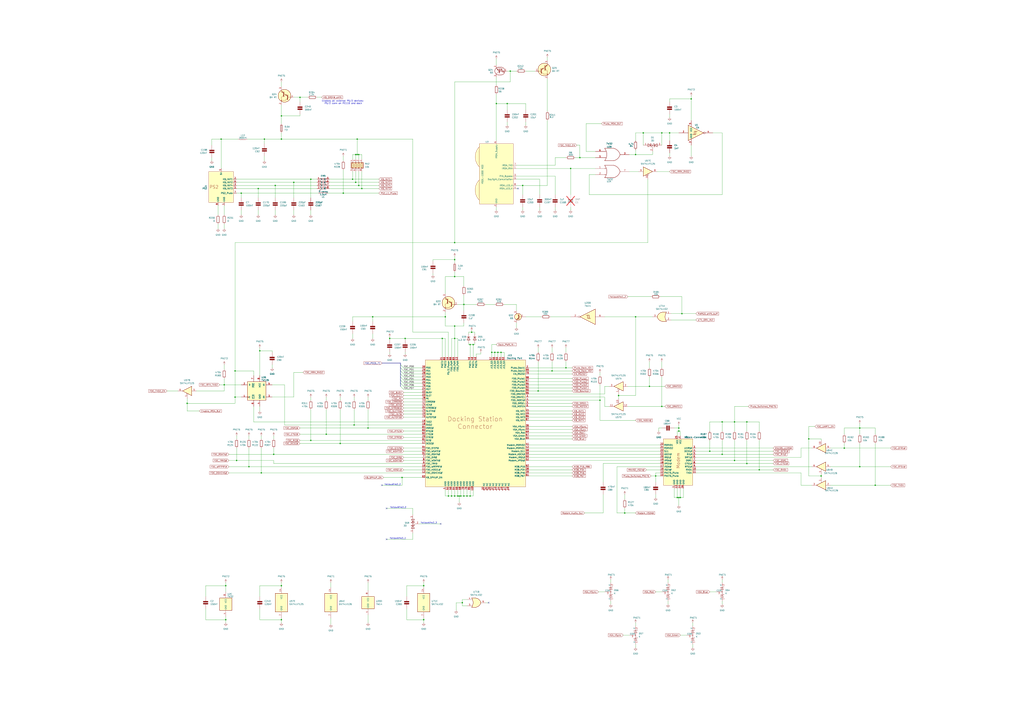
<source format=kicad_sch>
(kicad_sch (version 20250114) (generator "eeschema") (generator_version "9.0")
  (paper "A1")
  (title_block (title "PC110") (company "Recreated by: Ahmad Byagowi"))
  (text "YellowWire2_2\n" (at 333.756 417.068 0) (effects (font (size 1.27 1.27)) (justify right)))
  (text "YellowWire2_3" (at 345.44 429.768 0) (effects (font (size 1.27 1.27)) (justify left)))
  (text "YellowWire2_2\n" (at 329.184 398.272 0) (effects (font (size 1.27 1.27)) (justify right)))
  (text "YellowWire2_1" (at 333.502 442.468 0) (effects (font (size 1.27 1.27)) (justify right)))
  (text "Enables all external PS/2 devices; \nPS/2 conn on PC110 and dock" (at 281.94 84.074 0) (effects (font (size 1.27 1.27))))
  (junction (at 613.41 381))
  (junction (at 181.61 114.3))
  (junction (at 377.19 407.67))
  (junction (at 613.41 346.71))
  (junction (at 381 407.67))
  (junction (at 373.38 199.39))
  (junction (at 407.67 85.09))
  (junction (at 213.36 288.29))
  (junction (at 386.08 283.21))
  (junction (at 674.37 391.16))
  (junction (at 185.42 509.27))
  (junction (at 560.07 257.81))
  (junction (at 513.08 421.64))
  (junction (at 231.14 114.3))
  (junction (at 290.83 349.25))
  (junction (at 543.56 109.22))
  (junction (at 429.26 152.4))
  (junction (at 255.27 147.32))
  (junction (at 419.1 58.42))
  (junction (at 557.53 354.33))
  (junction (at 320.04 278.13))
  (junction (at 718.82 398.78))
  (junction (at 441.96 321.31))
  (junction (at 365.76 260.35))
  (junction (at 593.09 346.71))
  (junction (at 556.26 408.94))
  (junction (at 217.17 114.3))
  (junction (at 378.46 407.67))
  (junction (at 603.25 378.46))
  (junction (at 330.2 392.43))
  (junction (at 693.42 368.3))
  (junction (at 468.63 138.43))
  (junction (at 387.35 273.05))
  (junction (at 184.15 316.23))
  (junction (at 241.3 149.86))
  (junction (at 373.38 278.13))
  (junction (at 408.94 289.56))
  (junction (at 194.31 378.46))
  (junction (at 231.14 481.33))
  (junction (at 294.64 127))
  (junction (at 582.93 370.84))
  (junction (at 281.94 158.75))
  (junction (at 373.38 213.36))
  (junction (at 411.48 289.56))
  (junction (at 347.98 509.27))
  (junction (at 453.39 304.8))
  (junction (at 297.18 154.94))
  (junction (at 255.27 361.95))
  (junction (at 508 325.12))
  (junction (at 363.22 278.13))
  (junction (at 212.09 154.94))
  (junction (at 521.97 127))
  (junction (at 292.1 149.86))
  (junction (at 370.84 407.67))
  (junction (at 246.38 80.01))
  (junction (at 231.14 95.25))
  (junction (at 293.37 127))
  (junction (at 379.73 495.3))
  (junction (at 306.07 260.35))
  (junction (at 386.08 407.67))
  (junction (at 226.06 152.4))
  (junction (at 214.63 388.62))
  (junction (at 381 250.19))
  (junction (at 373.38 407.67))
  (junction (at 543.56 334.01))
  (junction (at 368.3 407.67))
  (junction (at 193.04 326.39))
  (junction (at 492.76 328.93))
  (junction (at 406.4 289.56))
  (junction (at 533.4 317.5))
  (junction (at 204.47 383.54))
  (junction (at 464.82 302.26))
  (junction (at 224.79 373.38))
  (junction (at 373.38 267.97))
  (junction (at 193.04 304.8))
  (junction (at 416.56 85.09))
  (junction (at 706.12 351.79))
  (junction (at 231.14 509.27))
  (junction (at 528.32 109.22))
  (junction (at 279.4 364.49))
  (junction (at 623.57 386.08))
  (junction (at 302.26 351.79))
  (junction (at 294.64 152.4))
  (junction (at 538.48 391.16))
  (junction (at 403.86 289.56))
  (junction (at 153.67 331.47))
  (junction (at 557.53 351.79))
  (junction (at 383.54 407.67))
  (junction (at 375.92 407.67))
  (junction (at 198.12 158.75))
  (junction (at 558.8 408.94))
  (junction (at 476.25 129.54))
  (junction (at 347.98 481.33))
  (junction (at 593.09 373.38))
  (junction (at 267.97 356.87))
  (junction (at 373.38 227.33))
  (junction (at 549.91 109.22))
  (junction (at 706.12 383.54))
  (junction (at 332.74 278.13))
  (junction (at 557.53 408.94))
  (junction (at 567.69 81.28))
  (junction (at 388.62 283.21))
  (junction (at 293.37 114.3))
  (junction (at 292.1 127))
  (junction (at 185.42 481.33))
  (junction (at 289.56 147.32))
  (junction (at 664.21 360.68))
  (junction (at 603.25 346.71))
  (junction (at 521.97 260.35))
  (no_connect (at 361.95 430.53))
  (no_connect (at 313.69 398.78))
  (no_connect (at 317.5 417.83))
  (no_connect (at 425.45 154.94))
  (no_connect (at 401.32 495.3))
  (no_connect (at 317.5 443.23))
  (bus_entry (at 328.93 314.96) (size 2.54 2.54))
  (bus_entry (at 328.93 304.8) (size 2.54 2.54))
  (bus_entry (at 328.93 299.72) (size 2.54 2.54))
  (bus_entry (at 328.93 307.34) (size 2.54 2.54))
  (bus_entry (at 328.93 309.88) (size 2.54 2.54))
  (bus_entry (at 328.93 312.42) (size 2.54 2.54))
  (bus_entry (at 328.93 302.26) (size 2.54 2.54))
  (bus_entry (at 328.93 317.5) (size 2.54 2.54))
  (wire (pts (xy 407.67 85.09) (xy 407.67 115.57)))
  (wire (pts (xy 516.89 127) (xy 521.97 127)))
  (wire (pts (xy 693.42 351.79) (xy 706.12 351.79)))
  (wire (pts (xy 331.47 320.04) (xy 346.71 320.04)))
  (wire (pts (xy 185.42 481.33) (xy 185.42 486.41)))
  (wire (pts (xy 538.48 388.62) (xy 538.48 391.16)))
  (wire (pts (xy 255.27 172.72) (xy 255.27 176.53)))
  (wire (pts (xy 187.96 383.54) (xy 204.47 383.54)))
  (wire (pts (xy 193.04 199.39) (xy 373.38 199.39)))
  (wire (pts (xy 294.64 127) (xy 297.18 127)))
  (wire (pts (xy 334.01 481.33) (xy 347.98 481.33)))
  (wire (pts (xy 292.1 127) (xy 292.1 130.81)))
  (wire (pts (xy 582.93 354.33) (xy 582.93 346.71)))
  (wire (pts (xy 434.34 304.8) (xy 453.39 304.8)))
  (wire (pts (xy 368.3 407.67) (xy 365.76 407.67)))
  (wire (pts (xy 194.31 378.46) (xy 224.79 378.46)))
  (wire (pts (xy 379.73 497.84) (xy 383.54 497.84)))
  (wire (pts (xy 543.56 309.88) (xy 543.56 334.01)))
  (wire (pts (xy 213.36 288.29) (xy 223.52 288.29)))
  (wire (pts (xy 434.34 342.9) (xy 469.9 342.9)))
  (wire (pts (xy 561.34 401.32) (xy 561.34 408.94)))
  (wire (pts (xy 355.6 226.06) (xy 355.6 224.79)))
  (wire (pts (xy 521.97 260.35) (xy 535.94 260.35)))
  (wire (pts (xy 331.47 340.36) (xy 346.71 340.36)))
  (wire (pts (xy 294.64 152.4) (xy 311.15 152.4)))
  (wire (pts (xy 431.8 85.09) (xy 416.56 85.09)))
  (wire (pts (xy 375.92 407.67) (xy 373.38 407.67)))
  (wire (pts (xy 443.23 160.02) (xy 443.23 147.32)))
  (wire (pts (xy 313.69 398.78) (xy 330.2 398.78)))
  (wire (pts (xy 187.96 388.62) (xy 214.63 388.62)))
  (wire (pts (xy 241.3 326.39) (xy 241.3 306.07)))
  (wire (pts (xy 424.18 265.43) (xy 424.18 269.24)))
  (wire (pts (xy 416.56 85.09) (xy 407.67 85.09)))
  (wire (pts (xy 455.93 129.54) (xy 455.93 135.89)))
  (wire (pts (xy 387.35 273.05) (xy 389.89 273.05)))
  (wire (pts (xy 496.57 334.01) (xy 500.38 334.01)))
  (wire (pts (xy 233.68 349.25) (xy 290.83 349.25)))
  (wire (pts (xy 223.52 289.56) (xy 223.52 288.29)))
  (wire (pts (xy 184.15 316.23) (xy 184.15 311.15)))
  (wire (pts (xy 331.47 359.41) (xy 346.71 359.41)))
  (wire (pts (xy 231.14 95.25) (xy 231.14 101.6)))
  (wire (pts (xy 212.09 172.72) (xy 212.09 176.53)))
  (wire (pts (xy 468.63 260.35) (xy 452.12 260.35)))
  (wire (pts (xy 331.47 342.9) (xy 346.71 342.9)))
  (wire (pts (xy 193.04 304.8) (xy 193.04 326.39)))
  (wire (pts (xy 331.47 317.5) (xy 346.71 317.5)))
  (wire (pts (xy 394.97 290.83) (xy 391.16 290.83)))
  (wire (pts (xy 657.86 388.62) (xy 657.86 398.78)))
  (wire (pts (xy 398.78 495.3) (xy 401.32 495.3)))
  (wire (pts (xy 194.31 358.14) (xy 194.31 360.68)))
  (wire (pts (xy 255.27 147.32) (xy 255.27 162.56)))
  (wire (pts (xy 441.96 285.75) (xy 441.96 289.56)))
  (wire (pts (xy 388.62 283.21) (xy 388.62 293.37)))
  (wire (pts (xy 571.5 383.54) (xy 666.75 383.54)))
  (wire (pts (xy 246.38 364.49) (xy 279.4 364.49)))
  (wire (pts (xy 492.76 328.93) (xy 492.76 345.44)))
  (wire (pts (xy 347.98 481.33) (xy 347.98 482.6)))
  (wire (pts (xy 434.34 328.93) (xy 492.76 328.93)))
  (wire (pts (xy 603.25 346.71) (xy 603.25 354.33)))
  (wire (pts (xy 384.81 274.32) (xy 384.81 273.05)))
  (wire (pts (xy 528.32 109.22) (xy 543.56 109.22)))
  (wire (pts (xy 208.28 346.71) (xy 346.71 346.71)))
  (wire (pts (xy 513.08 421.64) (xy 521.97 421.64)))
  (wire (pts (xy 434.34 373.38) (xy 542.29 373.38)))
  (wire (pts (xy 681.99 383.54) (xy 706.12 383.54)))
  (wire (pts (xy 434.34 326.39) (xy 496.57 326.39)))
  (wire (pts (xy 224.79 378.46) (xy 224.79 381)))
  (wire (pts (xy 557.53 354.33) (xy 556.26 354.33)))
  (wire (pts (xy 231.14 508) (xy 231.14 509.27)))
  (wire (pts (xy 542.29 388.62) (xy 538.48 388.62)))
  (wire (pts (xy 416.56 58.42) (xy 419.1 58.42)))
  (wire (pts (xy 381 234.95) (xy 381 227.33)))
  (wire (pts (xy 464.82 285.75) (xy 464.82 289.56)))
  (wire (pts (xy 543.56 334.01) (xy 546.1 334.01)))
  (wire (pts (xy 213.36 285.75) (xy 213.36 288.29)))
  (wire (pts (xy 377.19 407.67) (xy 375.92 407.67)))
  (wire (pts (xy 293.37 127) (xy 292.1 127)))
  (wire (pts (xy 173.99 114.3) (xy 181.61 114.3)))
  (wire (pts (xy 521.97 109.22) (xy 528.32 109.22)))
  (wire (pts (xy 168.91 500.38) (xy 168.91 509.27)))
  (wire (pts (xy 434.34 386.08) (xy 469.9 386.08)))
  (wire (pts (xy 558.8 354.33) (xy 557.53 354.33)))
  (wire (pts (xy 279.4 326.39) (xy 279.4 328.93)))
  (wire (pts (xy 521.97 325.12) (xy 508 325.12)))
  (wire (pts (xy 331.47 370.84) (xy 346.71 370.84)))
  (wire (pts (xy 706.12 383.54) (xy 731.52 383.54)))
  (wire (pts (xy 538.48 486.41) (xy 543.56 486.41)))
  (wire (pts (xy 444.5 260.35) (xy 431.8 260.35)))
  (wire (pts (xy 368.3 293.37) (xy 368.3 273.05)))
  (wire (pts (xy 406.4 289.56) (xy 403.86 289.56)))
  (wire (pts (xy 411.48 289.56) (xy 408.94 289.56)))
  (wire (pts (xy 434.34 337.82) (xy 469.9 337.82)))
  (wire (pts (xy 331.47 312.42) (xy 346.71 312.42)))
  (wire (pts (xy 330.2 392.43) (xy 346.71 392.43)))
  (wire (pts (xy 706.12 347.98) (xy 706.12 351.79)))
  (wire (pts (xy 184.15 321.31) (xy 184.15 316.23)))
  (wire (pts (xy 419.1 58.42) (xy 419.1 67.31)))
  (wire (pts (xy 373.38 267.97) (xy 373.38 278.13)))
  (wire (pts (xy 549.91 81.28) (xy 567.69 81.28)))
  (wire (pts (xy 528.32 119.38) (xy 528.32 109.22)))
  (wire (pts (xy 571.5 370.84) (xy 582.93 370.84)))
  (wire (pts (xy 365.76 227.33) (xy 365.76 241.3)))
  (wire (pts (xy 538.48 391.16) (xy 538.48 396.24)))
  (wire (pts (xy 434.34 321.31) (xy 441.96 321.31)))
  (wire (pts (xy 267.97 336.55) (xy 267.97 356.87)))
  (wire (pts (xy 137.16 321.31) (xy 146.05 321.31)))
  (wire (pts (xy 241.3 306.07) (xy 248.92 306.07)))
  (wire (pts (xy 513.08 406.4) (xy 513.08 410.21)))
  (wire (pts (xy 434.34 331.47) (xy 469.9 331.47)))
  (wire (pts (xy 373.38 267.97) (xy 365.76 267.97)))
  (wire (pts (xy 231.14 509.27) (xy 231.14 511.81)))
  (wire (pts (xy 331.47 314.96) (xy 346.71 314.96)))
  (wire (pts (xy 511.81 521.97) (xy 516.89 521.97)))
  (wire (pts (xy 571.5 378.46) (xy 603.25 378.46)))
  (wire (pts (xy 377.19 407.67) (xy 377.19 412.75)))
  (wire (pts (xy 476.25 129.54) (xy 488.95 129.54)))
  (wire (pts (xy 279.4 336.55) (xy 279.4 364.49)))
  (wire (pts (xy 224.79 368.3) (xy 224.79 373.38)))
  (wire (pts (xy 331.47 322.58) (xy 346.71 322.58)))
  (wire (pts (xy 198.12 172.72) (xy 198.12 176.53)))
  (wire (pts (xy 347.98 478.79) (xy 347.98 481.33)))
  (wire (pts (xy 281.94 128.27) (xy 281.94 132.08)))
  (wire (pts (xy 408.94 289.56) (xy 408.94 293.37)))
  (wire (pts (xy 290.83 326.39) (xy 290.83 328.93)))
  (wire (pts (xy 549.91 115.57) (xy 549.91 109.22)))
  (wire (pts (xy 224.79 358.14) (xy 224.79 360.68)))
  (wire (pts (xy 386.08 283.21) (xy 386.08 293.37)))
  (wire (pts (xy 208.28 346.71) (xy 208.28 334.01)))
  (wire (pts (xy 334.01 509.27) (xy 347.98 509.27)))
  (wire (pts (xy 623.57 386.08) (xy 635 386.08)))
  (wire (pts (xy 331.47 337.82) (xy 346.71 337.82)))
  (wire (pts (xy 373.38 278.13) (xy 370.84 278.13)))
  (wire (pts (xy 330.2 392.43) (xy 330.2 398.78)))
  (wire (pts (xy 434.34 383.54) (xy 469.9 383.54)))
  (wire (pts (xy 407.67 63.5) (xy 407.67 69.85)))
  (wire (pts (xy 693.42 351.79) (xy 693.42 356.87)))
  (wire (pts (xy 193.04 326.39) (xy 198.12 326.39)))
  (wire (pts (xy 556.26 408.94) (xy 553.72 408.94)))
  (wire (pts (xy 548.64 494.03) (xy 548.64 496.57)))
  (wire (pts (xy 718.82 351.79) (xy 718.82 356.87)))
  (wire (pts (xy 153.67 327.66) (xy 153.67 331.47)))
  (wire (pts (xy 539.75 140.97) (xy 549.91 140.97)))
  (wire (pts (xy 532.13 147.32) (xy 532.13 199.39)))
  (wire (pts (xy 567.69 78.74) (xy 567.69 81.28)))
  (wire (pts (xy 292.1 127) (xy 289.56 127)))
  (wire (pts (xy 434.34 345.44) (xy 469.9 345.44)))
  (wire (pts (xy 669.29 350.52) (xy 664.21 350.52)))
  (bus (pts (xy 328.93 312.42) (xy 328.93 309.88)))
  (wire (pts (xy 551.18 262.89) (xy 571.5 262.89)))
  (wire (pts (xy 331.47 375.92) (xy 346.71 375.92)))
  (wire (pts (xy 543.56 109.22) (xy 543.56 119.38)))
  (wire (pts (xy 551.18 257.81) (xy 560.07 257.81)))
  (wire (pts (xy 464.82 302.26) (xy 469.9 302.26)))
  (wire (pts (xy 317.5 417.83) (xy 339.09 417.83)))
  (wire (pts (xy 365.76 256.54) (xy 365.76 260.35)))
  (wire (pts (xy 339.09 422.91) (xy 339.09 417.83)))
  (wire (pts (xy 406.4 250.19) (xy 398.78 250.19)))
  (wire (pts (xy 541.02 354.33) (xy 541.02 351.79)))
  (wire (pts (xy 331.47 378.46) (xy 346.71 378.46)))
  (wire (pts (xy 294.64 140.97) (xy 294.64 152.4)))
  (wire (pts (xy 508 323.85) (xy 508 325.12)))
  (wire (pts (xy 568.96 529.59) (xy 568.96 532.13)))
  (wire (pts (xy 270.51 147.32) (xy 289.56 147.32)))
  (wire (pts (xy 233.68 349.25) (xy 233.68 316.23)))
  (wire (pts (xy 603.25 378.46) (xy 635 378.46)))
  (wire (pts (xy 491.49 486.41) (xy 496.57 486.41)))
  (wire (pts (xy 269.24 158.75) (xy 281.94 158.75)))
  (wire (pts (xy 320.04 289.56) (xy 320.04 290.83)))
  (wire (pts (xy 582.93 370.84) (xy 635 370.84)))
  (wire (pts (xy 231.14 114.3) (xy 293.37 114.3)))
  (wire (pts (xy 194.31 149.86) (xy 241.3 149.86)))
  (wire (pts (xy 424.18 138.43) (xy 468.63 138.43)))
  (wire (pts (xy 434.34 318.77) (xy 469.9 318.77)))
  (wire (pts (xy 213.36 334.01) (xy 213.36 337.82)))
  (bus (pts (xy 328.93 302.26) (xy 328.93 299.72)))
  (wire (pts (xy 603.25 334.01) (xy 614.68 334.01)))
  (wire (pts (xy 368.3 402.59) (xy 368.3 407.67)))
  (wire (pts (xy 193.04 304.8) (xy 193.04 199.39)))
  (wire (pts (xy 443.23 170.18) (xy 443.23 172.72)))
  (wire (pts (xy 407.67 77.47) (xy 407.67 85.09)))
  (wire (pts (xy 681.99 398.78) (xy 718.82 398.78)))
  (wire (pts (xy 431.8 100.33) (xy 431.8 102.87)))
  (wire (pts (xy 365.76 407.67) (xy 365.76 402.59)))
  (wire (pts (xy 571.5 373.38) (xy 593.09 373.38)))
  (wire (pts (xy 664.21 350.52) (xy 664.21 360.68)))
  (wire (pts (xy 386.08 407.67) (xy 383.54 407.67)))
  (wire (pts (xy 496.57 260.35) (xy 521.97 260.35)))
  (wire (pts (xy 557.53 408.94) (xy 556.26 408.94)))
  (wire (pts (xy 434.34 323.85) (xy 496.57 323.85)))
  (wire (pts (xy 455.93 170.18) (xy 455.93 172.72)))
  (wire (pts (xy 179.07 168.91) (xy 179.07 176.53)))
  (wire (pts (xy 255.27 147.32) (xy 260.35 147.32)))
  (bus (pts (xy 328.93 309.88) (xy 328.93 307.34)))
  (wire (pts (xy 443.23 147.32) (xy 424.18 147.32)))
  (wire (pts (xy 593.09 476.25) (xy 593.09 478.79)))
  (wire (pts (xy 289.56 264.16) (xy 289.56 260.35)))
  (wire (pts (xy 434.34 311.15) (xy 469.9 311.15)))
  (wire (pts (xy 194.31 152.4) (xy 226.06 152.4)))
  (wire (pts (xy 270.51 152.4) (xy 294.64 152.4)))
  (wire (pts (xy 187.96 378.46) (xy 194.31 378.46)))
  (wire (pts (xy 549.91 109.22) (xy 543.56 109.22)))
  (wire (pts (xy 289.56 140.97) (xy 289.56 147.32)))
  (wire (pts (xy 718.82 351.79) (xy 706.12 351.79)))
  (wire (pts (xy 434.34 370.84) (xy 542.29 370.84)))
  (wire (pts (xy 373.38 402.59) (xy 373.38 407.67)))
  (wire (pts (xy 383.54 407.67) (xy 381 407.67)))
  (wire (pts (xy 613.41 346.71) (xy 623.57 346.71)))
  (wire (pts (xy 391.16 250.19) (xy 381 250.19)))
  (wire (pts (xy 375.92 402.59) (xy 375.92 407.67)))
  (wire (pts (xy 373.38 67.31) (xy 373.38 199.39)))
  (wire (pts (xy 549.91 83.82) (xy 549.91 81.28)))
  (wire (pts (xy 674.37 391.16) (xy 674.37 389.89)))
  (wire (pts (xy 538.48 408.94) (xy 538.48 406.4)))
  (wire (pts (xy 424.18 152.4) (xy 429.26 152.4)))
  (wire (pts (xy 434.34 391.16) (xy 469.9 391.16)))
  (wire (pts (xy 506.73 421.64) (xy 513.08 421.64)))
  (wire (pts (xy 391.16 290.83) (xy 391.16 293.37)))
  (wire (pts (xy 168.91 481.33) (xy 185.42 481.33)))
  (wire (pts (xy 434.34 355.6) (xy 469.9 355.6)))
  (wire (pts (xy 553.72 351.79) (xy 557.53 351.79)))
  (wire (pts (xy 483.87 160.02) (xy 483.87 143.51)))
  (wire (pts (xy 449.58 99.06) (xy 449.58 152.4)))
  (wire (pts (xy 434.34 375.92) (xy 542.29 375.92)))
  (wire (pts (xy 281.94 158.75) (xy 281.94 139.7)))
  (wire (pts (xy 375.92 278.13) (xy 373.38 278.13)))
  (wire (pts (xy 223.52 299.72) (xy 223.52 302.26)))
  (wire (pts (xy 582.93 486.41) (xy 588.01 486.41)))
  (wire (pts (xy 271.78 478.79) (xy 271.78 482.6)))
  (wire (pts (xy 453.39 285.75) (xy 453.39 289.56)))
  (wire (pts (xy 407.67 170.18) (xy 407.67 172.72)))
  (wire (pts (xy 279.4 364.49) (xy 346.71 364.49)))
  (wire (pts (xy 332.74 278.13) (xy 332.74 279.4)))
  (wire (pts (xy 381 407.67) (xy 378.46 407.67)))
  (wire (pts (xy 455.93 129.54) (xy 464.82 129.54)))
  (wire (pts (xy 468.63 170.18) (xy 468.63 172.72)))
  (wire (pts (xy 255.27 326.39) (xy 255.27 328.93)))
  (wire (pts (xy 213.36 490.22) (xy 213.36 481.33)))
  (wire (pts (xy 306.07 260.35) (xy 306.07 264.16)))
  (wire (pts (xy 332.74 278.13) (xy 363.22 278.13)))
  (wire (pts (xy 424.18 154.94) (xy 425.45 154.94)))
  (wire (pts (xy 347.98 509.27) (xy 347.98 511.81)))
  (wire (pts (xy 255.27 336.55) (xy 255.27 361.95)))
  (wire (pts (xy 453.39 297.18) (xy 453.39 304.8)))
  (wire (pts (xy 334.01 490.22) (xy 334.01 481.33)))
  (wire (pts (xy 224.79 373.38) (xy 346.71 373.38)))
  (wire (pts (xy 516.89 140.97) (xy 524.51 140.97)))
  (wire (pts (xy 623.57 346.71) (xy 623.57 354.33)))
  (wire (pts (xy 185.42 509.27) (xy 185.42 511.81)))
  (wire (pts (xy 231.14 478.79) (xy 231.14 481.33)))
  (wire (pts (xy 373.38 210.82) (xy 373.38 213.36)))
  (wire (pts (xy 582.93 346.71) (xy 593.09 346.71)))
  (wire (pts (xy 429.26 170.18) (xy 429.26 172.72)))
  (wire (pts (xy 538.48 391.16) (xy 534.67 391.16)))
  (wire (pts (xy 472.44 129.54) (xy 476.25 129.54)))
  (wire (pts (xy 560.07 257.81) (xy 571.5 257.81)))
  (wire (pts (xy 431.8 90.17) (xy 431.8 85.09)))
  (wire (pts (xy 495.3 381) (xy 495.3 396.24)))
  (wire (pts (xy 214.63 358.14) (xy 214.63 360.68)))
  (wire (pts (xy 718.82 364.49) (xy 718.82 398.78)))
  (wire (pts (xy 495.3 381) (xy 542.29 381)))
  (wire (pts (xy 434.34 353.06) (xy 469.9 353.06)))
  (wire (pts (xy 434.34 350.52) (xy 469.9 350.52)))
  (wire (pts (xy 185.42 478.79) (xy 185.42 481.33)))
  (wire (pts (xy 194.31 147.32) (xy 255.27 147.32)))
  (wire (pts (xy 492.76 345.44) (xy 521.97 345.44)))
  (wire (pts (xy 208.28 308.61) (xy 208.28 304.8)))
  (wire (pts (xy 603.25 346.71) (xy 603.25 334.01)))
  (wire (pts (xy 558.8 408.94) (xy 557.53 408.94)))
  (wire (pts (xy 246.38 80.01) (xy 246.38 83.82)))
  (wire (pts (xy 344.17 430.53) (xy 361.95 430.53)))
  (wire (pts (xy 214.63 388.62) (xy 346.71 388.62)))
  (wire (pts (xy 553.72 408.94) (xy 553.72 401.32)))
  (wire (pts (xy 441.96 297.18) (xy 441.96 321.31)))
  (wire (pts (xy 387.35 271.78) (xy 387.35 273.05)))
  (wire (pts (xy 184.15 184.15) (xy 184.15 187.96)))
  (wire (pts (xy 331.47 368.3) (xy 346.71 368.3)))
  (wire (pts (xy 455.93 135.89) (xy 424.18 135.89)))
  (bus (pts (xy 328.93 317.5) (xy 328.93 314.96)))
  (wire (pts (xy 302.26 326.39) (xy 302.26 328.93)))
  (wire (pts (xy 593.09 160.02) (xy 483.87 160.02)))
  (wire (pts (xy 381 250.19) (xy 381 255.27)))
  (wire (pts (xy 434.34 334.01) (xy 469.9 334.01)))
  (wire (pts (xy 434.34 378.46) (xy 542.29 378.46)))
  (wire (pts (xy 424.18 255.27) (xy 424.18 250.19)))
  (wire (pts (xy 593.09 494.03) (xy 593.09 496.57)))
  (wire (pts (xy 481.33 101.6) (xy 494.03 101.6)))
  (wire (pts (xy 365.76 278.13) (xy 363.22 278.13)))
  (wire (pts (xy 365.76 293.37) (xy 365.76 278.13)))
  (wire (pts (xy 204.47 358.14) (xy 204.47 360.68)))
  (wire (pts (xy 289.56 147.32) (xy 311.15 147.32)))
  (wire (pts (xy 556.26 401.32) (xy 556.26 408.94)))
  (wire (pts (xy 381 267.97) (xy 381 265.43)))
  (wire (pts (xy 476.25 129.54) (xy 476.25 119.38)))
  (wire (pts (xy 231.14 481.33) (xy 231.14 482.6)))
  (wire (pts (xy 302.26 478.79) (xy 302.26 485.14)))
  (wire (pts (xy 593.09 346.71) (xy 603.25 346.71)))
  (wire (pts (xy 455.93 144.78) (xy 455.93 160.02)))
  (wire (pts (xy 488.95 124.46) (xy 481.33 124.46)))
  (wire (pts (xy 480.06 421.64) (xy 495.3 421.64)))
  (wire (pts (xy 434.34 365.76) (xy 542.29 365.76)))
  (wire (pts (xy 331.47 332.74) (xy 346.71 332.74)))
  (wire (pts (xy 429.26 152.4) (xy 429.26 160.02)))
  (wire (pts (xy 434.34 368.3) (xy 542.29 368.3)))
  (wire (pts (xy 664.21 360.68) (xy 674.37 360.68)))
  (wire (pts (xy 693.42 368.3) (xy 731.52 368.3)))
  (wire (pts (xy 706.12 351.79) (xy 706.12 356.87)))
  (wire (pts (xy 204.47 368.3) (xy 204.47 383.54)))
  (wire (pts (xy 297.18 127) (xy 297.18 130.81)))
  (wire (pts (xy 198.12 158.75) (xy 198.12 162.56)))
  (wire (pts (xy 246.38 93.98) (xy 246.38 95.25)))
  (wire (pts (xy 434.34 302.26) (xy 464.82 302.26)))
  (wire (pts (xy 214.63 368.3) (xy 214.63 388.62)))
  (wire (pts (xy 331.47 307.34) (xy 346.71 307.34)))
  (wire (pts (xy 419.1 67.31) (xy 373.38 67.31)))
  (wire (pts (xy 381 402.59) (xy 381 407.67)))
  (wire (pts (xy 571.5 368.3) (xy 635 368.3)))
  (wire (pts (xy 411.48 289.56) (xy 411.48 293.37)))
  (wire (pts (xy 496.57 317.5) (xy 500.38 317.5)))
  (wire (pts (xy 302.26 505.46) (xy 302.26 511.81)))
  (wire (pts (xy 373.38 223.52) (xy 373.38 227.33)))
  (wire (pts (xy 281.94 158.75) (xy 311.15 158.75)))
  (wire (pts (xy 495.3 406.4) (xy 495.3 421.64)))
  (wire (pts (xy 557.53 351.79) (xy 557.53 354.33)))
  (wire (pts (xy 414.02 289.56) (xy 411.48 289.56)))
  (wire (pts (xy 388.62 407.67) (xy 386.08 407.67)))
  (wire (pts (xy 481.33 124.46) (xy 481.33 101.6)))
  (wire (pts (xy 530.86 386.08) (xy 542.29 386.08)))
  (wire (pts (xy 217.17 118.11) (xy 217.17 114.3)))
  (wire (pts (xy 706.12 364.49) (xy 706.12 383.54)))
  (wire (pts (xy 568.96 511.81) (xy 568.96 514.35)))
  (wire (pts (xy 388.62 402.59) (xy 388.62 407.67)))
  (wire (pts (xy 571.5 375.92) (xy 657.86 375.92)))
  (wire (pts (xy 370.84 402.59) (xy 370.84 407.67)))
  (wire (pts (xy 168.91 509.27) (xy 185.42 509.27)))
  (wire (pts (xy 246.38 95.25) (xy 231.14 95.25)))
  (wire (pts (xy 548.64 476.25) (xy 548.64 478.79)))
  (wire (pts (xy 582.93 361.95) (xy 582.93 370.84)))
  (wire (pts (xy 674.37 391.16) (xy 664.21 391.16)))
  (bus (pts (xy 328.93 304.8) (xy 328.93 302.26)))
  (wire (pts (xy 260.35 80.01) (xy 264.16 80.01)))
  (wire (pts (xy 297.18 140.97) (xy 297.18 154.94)))
  (wire (pts (xy 431.8 58.42) (xy 439.42 58.42)))
  (wire (pts (xy 501.65 494.03) (xy 501.65 496.57)))
  (wire (pts (xy 334.01 500.38) (xy 334.01 509.27)))
  (wire (pts (xy 339.09 443.23) (xy 339.09 438.15)))
  (wire (pts (xy 331.47 309.88) (xy 346.71 309.88)))
  (wire (pts (xy 331.47 325.12) (xy 346.71 325.12)))
  (wire (pts (xy 331.47 335.28) (xy 346.71 335.28)))
  (wire (pts (xy 416.56 100.33) (xy 416.56 102.87)))
  (bus (pts (xy 328.93 299.72) (xy 328.93 298.45)))
  (wire (pts (xy 613.41 381) (xy 635 381)))
  (wire (pts (xy 331.47 304.8) (xy 346.71 304.8)))
  (wire (pts (xy 483.87 143.51) (xy 488.95 143.51)))
  (wire (pts (xy 383.54 402.59) (xy 383.54 407.67)))
  (wire (pts (xy 378.46 407.67) (xy 377.19 407.67)))
  (wire (pts (xy 424.18 250.19) (xy 414.02 250.19)))
  (wire (pts (xy 549.91 109.22) (xy 557.53 109.22)))
  (wire (pts (xy 408.94 289.56) (xy 406.4 289.56)))
  (wire (pts (xy 267.97 356.87) (xy 346.71 356.87)))
  (wire (pts (xy 370.84 407.67) (xy 368.3 407.67)))
  (wire (pts (xy 567.69 81.28) (xy 567.69 99.06)))
  (wire (pts (xy 373.38 278.13) (xy 373.38 293.37)))
  (wire (pts (xy 289.56 130.81) (xy 289.56 127)))
  (wire (pts (xy 434.34 307.34) (xy 469.9 307.34)))
  (wire (pts (xy 449.58 64.77) (xy 449.58 91.44)))
  (wire (pts (xy 434.34 360.68) (xy 469.9 360.68)))
  (wire (pts (xy 515.62 334.01) (xy 543.56 334.01)))
  (wire (pts (xy 434.34 313.69) (xy 469.9 313.69)))
  (wire (pts (xy 571.5 388.62) (xy 657.86 388.62)))
  (wire (pts (xy 332.74 289.56) (xy 332.74 290.83)))
  (wire (pts (xy 347.98 508) (xy 347.98 509.27)))
  (wire (pts (xy 424.18 144.78) (xy 455.93 144.78)))
  (wire (pts (xy 320.04 276.86) (xy 320.04 278.13)))
  (wire (pts (xy 290.83 349.25) (xy 346.71 349.25)))
  (wire (pts (xy 389.89 283.21) (xy 388.62 283.21)))
  (wire (pts (xy 370.84 278.13) (xy 370.84 293.37)))
  (wire (pts (xy 379.73 495.3) (xy 379.73 497.84)))
  (wire (pts (xy 593.09 109.22) (xy 593.09 160.02)))
  (wire (pts (xy 246.38 80.01) (xy 252.73 80.01)))
  (wire (pts (xy 561.34 408.94) (xy 558.8 408.94)))
  (wire (pts (xy 294.64 127) (xy 293.37 127)))
  (wire (pts (xy 208.28 304.8) (xy 193.04 304.8)))
  (wire (pts (xy 381 242.57) (xy 381 250.19)))
  (wire (pts (xy 241.3 80.01) (xy 246.38 80.01)))
  (wire (pts (xy 224.79 381) (xy 346.71 381)))
  (wire (pts (xy 181.61 114.3) (xy 181.61 138.43)))
  (wire (pts (xy 193.04 331.47) (xy 193.04 326.39)))
  (wire (pts (xy 557.53 349.25) (xy 557.53 351.79)))
  (wire (pts (xy 320.04 278.13) (xy 332.74 278.13)))
  (wire (pts (xy 331.47 302.26) (xy 346.71 302.26)))
  (wire (pts (xy 657.86 368.3) (xy 666.75 368.3)))
  (wire (pts (xy 355.6 214.63) (xy 355.6 213.36)))
  (wire (pts (xy 406.4 289.56) (xy 406.4 293.37)))
  (wire (pts (xy 521.97 115.57) (xy 521.97 109.22)))
  (wire (pts (xy 320.04 278.13) (xy 320.04 279.4)))
  (wire (pts (xy 331.47 330.2) (xy 346.71 330.2)))
  (wire (pts (xy 241.3 149.86) (xy 260.35 149.86)))
  (wire (pts (xy 241.3 172.72) (xy 241.3 176.53)))
  (wire (pts (xy 468.63 138.43) (xy 488.95 138.43)))
  (wire (pts (xy 226.06 152.4) (xy 260.35 152.4)))
  (wire (pts (xy 521.97 529.59) (xy 521.97 532.13)))
  (wire (pts (xy 213.36 509.27) (xy 231.14 509.27)))
  (wire (pts (xy 302.26 351.79) (xy 346.71 351.79)))
  (wire (pts (xy 693.42 368.3) (xy 693.42 364.49)))
  (wire (pts (xy 542.29 243.84) (xy 560.07 243.84)))
  (wire (pts (xy 194.31 158.75) (xy 198.12 158.75)))
  (wire (pts (xy 389.89 281.94) (xy 389.89 283.21)))
  (wire (pts (xy 231.14 109.22) (xy 231.14 114.3)))
  (wire (pts (xy 217.17 128.27) (xy 217.17 132.08)))
  (wire (pts (xy 180.34 316.23) (xy 184.15 316.23)))
  (wire (pts (xy 674.37 392.43) (xy 674.37 391.16)))
  (wire (pts (xy 657.86 398.78) (xy 666.75 398.78)))
  (wire (pts (xy 198.12 158.75) (xy 261.62 158.75)))
  (wire (pts (xy 496.57 323.85) (xy 496.57 317.5)))
  (wire (pts (xy 515.62 317.5) (xy 533.4 317.5)))
  (wire (pts (xy 223.52 326.39) (xy 241.3 326.39)))
  (wire (pts (xy 449.58 152.4) (xy 429.26 152.4)))
  (bus (pts (xy 328.93 314.96) (xy 328.93 312.42)))
  (wire (pts (xy 213.36 500.38) (xy 213.36 509.27)))
  (wire (pts (xy 339.09 114.3) (xy 293.37 114.3)))
  (wire (pts (xy 567.69 119.38) (xy 567.69 128.27)))
  (wire (pts (xy 434.34 340.36) (xy 469.9 340.36)))
  (wire (pts (xy 558.8 358.14) (xy 558.8 354.33)))
  (wire (pts (xy 246.38 356.87) (xy 267.97 356.87)))
  (wire (pts (xy 571.5 381) (xy 613.41 381)))
  (wire (pts (xy 464.82 302.26) (xy 464.82 297.18)))
  (wire (pts (xy 403.86 283.21) (xy 403.86 289.56)))
  (wire (pts (xy 407.67 48.26) (xy 407.67 53.34)))
  (wire (pts (xy 161.29 321.31) (xy 184.15 321.31)))
  (wire (pts (xy 314.96 392.43) (xy 330.2 392.43)))
  (wire (pts (xy 521.97 127) (xy 535.94 127)))
  (wire (pts (xy 419.1 58.42) (xy 424.18 58.42)))
  (wire (pts (xy 613.41 346.71) (xy 613.41 354.33)))
  (wire (pts (xy 195.58 114.3) (xy 181.61 114.3)))
  (wire (pts (xy 290.83 336.55) (xy 290.83 349.25)))
  (wire (pts (xy 184.15 299.72) (xy 184.15 303.53)))
  (wire (pts (xy 664.21 391.16) (xy 664.21 360.68)))
  (wire (pts (xy 593.09 354.33) (xy 593.09 346.71)))
  (wire (pts (xy 212.09 154.94) (xy 260.35 154.94)))
  (wire (pts (xy 613.41 361.95) (xy 613.41 381)))
  (wire (pts (xy 226.06 172.72) (xy 226.06 176.53)))
  (wire (pts (xy 394.97 289.56) (xy 394.97 290.83)))
  (bus (pts (xy 313.69 298.45) (xy 328.93 298.45)))
  (wire (pts (xy 217.17 114.3) (xy 231.14 114.3)))
  (wire (pts (xy 384.81 283.21) (xy 386.08 283.21)))
  (wire (pts (xy 355.6 213.36) (xy 373.38 213.36)))
  (wire (pts (xy 623.57 361.95) (xy 623.57 386.08)))
  (wire (pts (xy 571.5 386.08) (xy 623.57 386.08)))
  (wire (pts (xy 657.86 368.3) (xy 657.86 375.92)))
  (wire (pts (xy 184.15 168.91) (xy 184.15 176.53)))
  (wire (pts (xy 241.3 149.86) (xy 241.3 162.56)))
  (wire (pts (xy 375.92 250.19) (xy 381 250.19)))
  (wire (pts (xy 585.47 109.22) (xy 593.09 109.22)))
  (wire (pts (xy 224.79 373.38) (xy 187.96 373.38)))
  (wire (pts (xy 535.94 127) (xy 535.94 124.46)))
  (wire (pts (xy 718.82 398.78) (xy 731.52 398.78)))
  (wire (pts (xy 441.96 321.31) (xy 469.9 321.31)))
  (wire (pts (xy 289.56 274.32) (xy 289.56 278.13)))
  (wire (pts (xy 416.56 85.09) (xy 416.56 90.17)))
  (wire (pts (xy 513.08 417.83) (xy 513.08 421.64)))
  (wire (pts (xy 492.76 316.23) (xy 492.76 328.93)))
  (wire (pts (xy 185.42 506.73) (xy 185.42 509.27)))
  (wire (pts (xy 270.51 149.86) (xy 292.1 149.86)))
  (wire (pts (xy 560.07 243.84) (xy 560.07 257.81)))
  (wire (pts (xy 331.47 386.08) (xy 346.71 386.08)))
  (wire (pts (xy 255.27 361.95) (xy 346.71 361.95)))
  (wire (pts (xy 294.64 127) (xy 294.64 130.81)))
  (wire (pts (xy 383.54 492.76) (xy 379.73 492.76)))
  (wire (pts (xy 593.09 361.95) (xy 593.09 373.38)))
  (wire (pts (xy 373.38 213.36) (xy 373.38 215.9)))
  (wire (pts (xy 558.8 401.32) (xy 558.8 408.94)))
  (wire (pts (xy 603.25 346.71) (xy 613.41 346.71)))
  (wire (pts (xy 173.99 119.38) (xy 173.99 114.3)))
  (wire (pts (xy 381 227.33) (xy 373.38 227.33)))
  (wire (pts (xy 384.81 281.94) (xy 384.81 283.21)))
  (wire (pts (xy 204.47 383.54) (xy 346.71 383.54)))
  (wire (pts (xy 168.91 490.22) (xy 168.91 481.33)))
  (wire (pts (xy 543.56 297.18) (xy 543.56 302.26)))
  (wire (pts (xy 153.67 331.47) (xy 153.67 337.82)))
  (wire (pts (xy 213.36 288.29) (xy 213.36 308.61)))
  (wire (pts (xy 501.65 476.25) (xy 501.65 478.79)))
  (wire (pts (xy 373.38 199.39) (xy 532.13 199.39)))
  (wire (pts (xy 374.65 501.65) (xy 374.65 495.3)))
  (wire (pts (xy 375.92 278.13) (xy 375.92 293.37)))
  (wire (pts (xy 449.58 46.99) (xy 449.58 49.53)))
  (wire (pts (xy 403.86 289.56) (xy 403.86 293.37)))
  (wire (pts (xy 293.37 114.3) (xy 293.37 127)))
  (wire (pts (xy 179.07 184.15) (xy 179.07 187.96)))
  (wire (pts (xy 414.02 293.37) (xy 414.02 289.56)))
  (wire (pts (xy 302.26 336.55) (xy 302.26 351.79)))
  (wire (pts (xy 194.31 368.3) (xy 194.31 378.46)))
  (wire (pts (xy 289.56 260.35) (xy 306.07 260.35)))
  (wire (pts (xy 173.99 129.54) (xy 173.99 132.08)))
  (wire (pts (xy 496.57 326.39) (xy 496.57 334.01)))
  (wire (pts (xy 267.97 326.39) (xy 267.97 328.93)))
  (wire (pts (xy 246.38 351.79) (xy 302.26 351.79)))
  (wire (pts (xy 368.3 273.05) (xy 339.09 273.05)))
  (wire (pts (xy 681.99 368.3) (xy 693.42 368.3)))
  (wire (pts (xy 521.97 511.81) (xy 521.97 514.35)))
  (wire (pts (xy 386.08 283.21) (xy 388.62 283.21)))
  (wire (pts (xy 233.68 316.23) (xy 223.52 316.23)))
  (wire (pts (xy 363.22 278.13) (xy 363.22 293.37)))
  (wire (pts (xy 434.34 388.62) (xy 469.9 388.62)))
  (wire (pts (xy 533.4 317.5) (xy 533.4 309.88)))
  (wire (pts (xy 508 325.12) (xy 508 327.66)))
  (wire (pts (xy 379.73 492.76) (xy 379.73 495.3)))
  (wire (pts (xy 153.67 337.82) (xy 163.83 337.82)))
  (wire (pts (xy 231.14 67.31) (xy 231.14 71.12)))
  (wire (pts (xy 331.47 327.66) (xy 346.71 327.66)))
  (wire (pts (xy 292.1 149.86) (xy 311.15 149.86)))
  (wire (pts (xy 213.36 481.33) (xy 231.14 481.33)))
  (wire (pts (xy 297.18 154.94) (xy 311.15 154.94)))
  (wire (pts (xy 468.63 138.43) (xy 468.63 160.02)))
  (wire (pts (xy 270.51 154.94) (xy 297.18 154.94)))
  (wire (pts (xy 271.78 508) (xy 271.78 513.08)))
  (wire (pts (xy 542.29 391.16) (xy 538.48 391.16)))
  (wire (pts (xy 434.34 358.14) (xy 469.9 358.14)))
  (wire (pts (xy 292.1 140.97) (xy 292.1 149.86)))
  (wire (pts (xy 521.97 123.19) (xy 521.97 127)))
  (wire (pts (xy 558.8 521.97) (xy 563.88 521.97)))
  (wire (pts (xy 542.29 383.54) (xy 506.73 383.54)))
  (wire (pts (xy 255.27 361.95) (xy 246.38 361.95)))
  (wire (pts (xy 373.38 227.33) (xy 365.76 227.33)))
  (wire (pts (xy 407.67 283.21) (xy 403.86 283.21)))
  (wire (pts (xy 473.71 119.38) (xy 476.25 119.38)))
  (wire (pts (xy 386.08 402.59) (xy 386.08 407.67)))
  (wire (pts (xy 434.34 316.23) (xy 469.9 316.23)))
  (wire (pts (xy 198.12 316.23) (xy 184.15 316.23)))
  (wire (pts (xy 373.38 407.67) (xy 370.84 407.67)))
  (wire (pts (xy 306.07 278.13) (xy 306.07 274.32)))
  (wire (pts (xy 378.46 402.59) (xy 378.46 407.67)))
  (wire (pts (xy 515.62 243.84) (xy 534.67 243.84)))
  (wire (pts (xy 492.76 306.07) (xy 492.76 308.61)))
  (wire (pts (xy 331.47 354.33) (xy 346.71 354.33)))
  (wire (pts (xy 365.76 260.35) (xy 365.76 267.97)))
  (wire (pts (xy 549.91 125.73) (xy 549.91 128.27)))
  (wire (pts (xy 593.09 373.38) (xy 635 373.38)))
  (wire (pts (xy 381 267.97) (xy 373.38 267.97)))
  (wire (pts (xy 194.31 154.94) (xy 212.09 154.94)))
  (wire (pts (xy 453.39 304.8) (xy 469.9 304.8)))
  (wire (pts (xy 306.07 260.35) (xy 365.76 260.35)))
  (wire (pts (xy 389.89 273.05) (xy 389.89 274.32)))
  (wire (pts (xy 339.09 273.05) (xy 339.09 114.3)))
  (wire (pts (xy 674.37 360.68) (xy 674.37 361.95)))
  (wire (pts (xy 603.25 361.95) (xy 603.25 378.46)))
  (bus (pts (xy 328.93 307.34) (xy 328.93 304.8)))
  (wire (pts (xy 384.81 273.05) (xy 387.35 273.05)))
  (wire (pts (xy 212.09 154.94) (xy 212.09 162.56)))
  (wire (pts (xy 203.2 114.3) (xy 217.17 114.3)))
  (wire (pts (xy 506.73 383.54) (xy 506.73 421.64)))
  (wire (pts (xy 231.14 86.36) (xy 231.14 95.25)))
  (wire (pts (xy 521.97 260.35) (xy 521.97 325.12)))
  (wire (pts (xy 557.53 408.94) (xy 557.53 415.29)))
  (wire (pts (xy 226.06 152.4) (xy 226.06 162.56)))
  (wire (pts (xy 317.5 443.23) (xy 339.09 443.23)))
  (wire (pts (xy 153.67 331.47) (xy 193.04 331.47)))
  (wire (pts (xy 556.26 354.33) (xy 556.26 358.14)))
  (wire (pts (xy 549.91 93.98) (xy 549.91 96.52)))
  (wire (pts (xy 533.4 297.18) (xy 533.4 302.26)))
  (wire (pts (xy 374.65 495.3) (xy 379.73 495.3)))
  (wire (pts (xy 541.02 351.79) (xy 543.56 351.79)))
  (wire (pts (xy 533.4 317.5) (xy 546.1 317.5)))
  (label "FDC_PD3" (at 331.47 309.88 0))
  (label "FDC_PD2" (at 331.47 307.34 0))
  (label "FDC_PD6" (at 331.47 317.5 0))
  (label "FDC_PD7" (at 331.47 320.04 0))
  (label "FDC_PD4" (at 331.47 312.42 0))
  (label "FDC_PD0" (at 331.47 302.26 0))
  (label "FDC_PD5" (at 331.47 314.96 0))
  (label "FDC_PD1" (at 331.47 304.8 0))
  (global_label "FDC_IRTX_TXD2" (shape input) (at 180.34 316.23 180) (property "Intersheetrefs" "${INTERSHEET_REFS}" (effects (hide yes))))
  (global_label "FDC_DRATE1" (shape input) (at 546.1 334.01 0) (property "Intersheetrefs" "${INTERSHEET_REFS}" (effects (hide yes))))
  (global_label "FDC_UART1_EN" (shape input) (at 669.29 350.52 0) (property "Intersheetrefs" "${INTERSHEET_REFS}" (effects (hide yes))))
  (global_label "KB_INIT2" (shape input) (at 469.9 340.36 0) (property "Intersheetrefs" "${INTERSHEET_REFS}" (effects (hide yes))))
  (global_label "FDC_PE" (shape input) (at 331.47 327.66 180) (property "Intersheetrefs" "${INTERSHEET_REFS}" (effects (hide yes))))
  (global_label "VGA_Blue" (shape input) (at 469.9 360.68 0) (property "Intersheetrefs" "${INTERSHEET_REFS}" (effects (hide yes))))
  (global_label "FDC_DIR#" (shape input) (at 331.47 375.92 180) (property "Intersheetrefs" "${INTERSHEET_REFS}" (effects (hide yes))))
  (global_label "KB_SPKUP_DN" (shape input) (at 314.96 392.43 180) (property "Intersheetrefs" "${INTERSHEET_REFS}" (effects (hide yes))))
  (global_label "FDC_RI1#" (shape input) (at 635 373.38 0) (property "Intersheetrefs" "${INTERSHEET_REFS}" (effects (hide yes))))
  (global_label "FDC_DRATE0" (shape input) (at 546.1 317.5 0) (property "Intersheetrefs" "${INTERSHEET_REFS}" (effects (hide yes))))
  (global_label "FDC_DSR2#" (shape input) (at 246.38 351.79 180) (property "Intersheetrefs" "${INTERSHEET_REFS}" (effects (hide yes))))
  (global_label "FDD_Pluto4" (shape input) (at 469.9 318.77 0) (property "Intersheetrefs" "${INTERSHEET_REFS}" (effects (hide yes))))
  (global_label "FDC_RTS2#" (shape input) (at 331.47 354.33 180) (property "Intersheetrefs" "${INTERSHEET_REFS}" (effects (hide yes))))
  (global_label "FDD_Pluto2" (shape input) (at 469.9 313.69 0) (property "Intersheetrefs" "${INTERSHEET_REFS}" (effects (hide yes))))
  (global_label "FDC_RI2#" (shape input) (at 246.38 361.95 180) (property "Intersheetrefs" "${INTERSHEET_REFS}" (effects (hide yes))))
  (global_label "FDC_STROBE#" (shape input) (at 331.47 335.28 180) (property "Intersheetrefs" "${INTERSHEET_REFS}" (effects (hide yes))))
  (global_label "FDC_ERROR#" (shape input) (at 331.47 330.2 180) (property "Intersheetrefs" "${INTERSHEET_REFS}" (effects (hide yes))))
  (global_label "FDC_HDSEL#" (shape input) (at 331.47 386.08 180) (property "Intersheetrefs" "${INTERSHEET_REFS}" (effects (hide yes))))
  (global_label "FDC_IRRX_RXD2" (shape input) (at 248.92 306.07 0) (property "Intersheetrefs" "${INTERSHEET_REFS}" (effects (hide yes))))
  (global_label "FDC_STEP#" (shape input) (at 331.47 368.3 180) (property "Intersheetrefs" "${INTERSHEET_REFS}" (effects (hide yes))))
  (global_label "FDC_ACK#" (shape input) (at 331.47 332.74 180) (property "Intersheetrefs" "${INTERSHEET_REFS}" (effects (hide yes))))
  (global_label "FDC_DTR1#" (shape input) (at 731.52 368.3 0) (property "Intersheetrefs" "${INTERSHEET_REFS}" (effects (hide yes))))
  (global_label "Pluto_Switched_PNET5" (shape input) (at 534.67 391.16 180) (property "Intersheetrefs" "${INTERSHEET_REFS}" (effects (hide yes))))
  (global_label "M38_P46" (shape input) (at 469.9 388.62 0) (property "Intersheetrefs" "${INTERSHEET_REFS}" (effects (hide yes))))
  (global_label "VGA_Blue" (shape input) (at 582.93 486.41 180) (property "Intersheetrefs" "${INTERSHEET_REFS}" (effects (hide yes))))
  (global_label "FDC_INIT#" (shape input) (at 331.47 340.36 180) (property "Intersheetrefs" "${INTERSHEET_REFS}" (effects (hide yes))))
  (global_label "VGA_HSync" (shape input) (at 491.49 486.41 180) (property "Intersheetrefs" "${INTERSHEET_REFS}" (effects (hide yes))))
  (global_label "FDC_DSR1" (shape input) (at 635 378.46 0) (property "Intersheetrefs" "${INTERSHEET_REFS}" (effects (hide yes))))
  (global_label "FDC_DCD1#" (shape input) (at 635 370.84 0) (property "Intersheetrefs" "${INTERSHEET_REFS}" (effects (hide yes))))
  (global_label "FDC_BUSY" (shape input) (at 331.47 322.58 180) (property "Intersheetrefs" "${INTERSHEET_REFS}" (effects (hide yes))))
  (global_label "FDD_Bowman" (shape input) (at 469.9 321.31 0) (property "Intersheetrefs" "${INTERSHEET_REFS}" (effects (hide yes))))
  (global_label "KB_SRDY#_shift" (shape input) (at 264.16 80.01 0) (property "Intersheetrefs" "${INTERSHEET_REFS}" (effects (hide yes))))
  (global_label "KB_INIT3" (shape input) (at 311.15 154.94 0) (property "Intersheetrefs" "${INTERSHEET_REFS}" (effects (hide yes))))
  (global_label "FDC_SLCTIN#" (shape input) (at 331.47 337.82 180) (property "Intersheetrefs" "${INTERSHEET_REFS}" (effects (hide yes))))
  (global_label "FDC_TXD2_EN" (shape input) (at 137.16 321.31 180) (property "Intersheetrefs" "${INTERSHEET_REFS}" (effects (hide yes))))
  (global_label "Modem_VSDA#" (shape input) (at 521.97 421.64 0) (property "Intersheetrefs" "${INTERSHEET_REFS}" (effects (hide yes))))
  (global_label "FDC_WRTPRT#" (shape input) (at 187.96 383.54 180) (property "Intersheetrefs" "${INTERSHEET_REFS}" (effects (hide yes))))
  (global_label "Pluto_IRDA_OUT" (shape input) (at 494.03 101.6 0) (property "Intersheetrefs" "${INTERSHEET_REFS}" (effects (hide yes))))
  (global_label "FDD_Pluto3" (shape input) (at 469.9 316.23 0) (property "Intersheetrefs" "${INTERSHEET_REFS}" (effects (hide yes))))
  (global_label "KB_INIT1" (shape input) (at 311.15 147.32 0) (property "Intersheetrefs" "${INTERSHEET_REFS}" (effects (hide yes))))
  (global_label "FDC_TRK0#" (shape input) (at 187.96 378.46 180) (property "Intersheetrefs" "${INTERSHEET_REFS}" (effects (hide yes))))
  (global_label "VGA_VSync" (shape input) (at 469.9 353.06 0) (property "Intersheetrefs" "${INTERSHEET_REFS}" (effects (hide yes))))
  (global_label "FDC_SLCT" (shape input) (at 331.47 325.12 180) (property "Intersheetrefs" "${INTERSHEET_REFS}" (effects (hide yes))))
  (global_label "Dock_PWR_IN-" (shape input) (at 407.67 283.21 0) (property "Intersheetrefs" "${INTERSHEET_REFS}" (effects (hide yes))))
  (global_label "FDD_INDEX#" (shape input) (at 521.97 345.44 0) (property "Intersheetrefs" "${INTERSHEET_REFS}" (effects (hide yes))))
  (global_label "VGA_Red" (shape input) (at 469.9 355.6 0) (property "Intersheetrefs" "${INTERSHEET_REFS}" (effects (hide yes))))
  (global_label "FDD_MOTEN" (shape input) (at 469.9 334.01 0) (property "Intersheetrefs" "${INTERSHEET_REFS}" (effects (hide yes))))
  (global_label "PS2_L1_Pluto" (shape input) (at 311.15 158.75 0) (property "Intersheetrefs" "${INTERSHEET_REFS}" (effects (hide yes))))
  (global_label "FDC_RDATA#" (shape input) (at 187.96 373.38 180) (property "Intersheetrefs" "${INTERSHEET_REFS}" (effects (hide yes))))
  (global_label "KB_INIT1" (shape input) (at 469.9 337.82 0) (property "Intersheetrefs" "${INTERSHEET_REFS}" (effects (hide yes))))
  (global_label "FDC_DCD2#" (shape input) (at 246.38 364.49 180) (property "Intersheetrefs" "${INTERSHEET_REFS}" (effects (hide yes))))
  (global_label "MN192_VSEN#" (shape input) (at 530.86 386.08 180) (property "Intersheetrefs" "${INTERSHEET_REFS}" (effects (hide yes))))
  (global_label "FDC_WGATE#" (shape input) (at 331.47 370.84 180) (property "Intersheetrefs" "${INTERSHEET_REFS}" (effects (hide yes))))
  (global_label "FDC_CTS1#" (shape input) (at 635 381 0) (property "Intersheetrefs" "${INTERSHEET_REFS}" (effects (hide yes))))
  (global_label "VGA_VSync" (shape input) (at 511.81 521.97 180) (property "Intersheetrefs" "${INTERSHEET_REFS}" (effects (hide yes))))
  (global_label "FDC_TXD2_EN" (shape input) (at 473.71 119.38 180) (property "Intersheetrefs" "${INTERSHEET_REFS}" (effects (hide yes))))
  (global_label "VGA_HSync" (shape input) (at 469.9 350.52 0) (property "Intersheetrefs" "${INTERSHEET_REFS}" (effects (hide yes))))
  (global_label "KB_INIT2" (shape input) (at 311.15 149.86 0) (property "Intersheetrefs" "${INTERSHEET_REFS}" (effects (hide yes))))
  (global_label "FDC_PD[0..7]" (shape input) (at 313.69 298.45 180) (property "Intersheetrefs" "${INTERSHEET_REFS}" (effects (hide yes))))
  (global_label "PWRGD_shift_buff" (shape input) (at 571.5 257.81 0) (property "Intersheetrefs" "${INTERSHEET_REFS}" (effects (hide yes))))
  (global_label "KB_INIT4" (shape input) (at 469.9 345.44 0) (property "Intersheetrefs" "${INTERSHEET_REFS}" (effects (hide yes))))
  (global_label "VGA_Green" (shape input) (at 469.9 358.14 0) (property "Intersheetrefs" "${INTERSHEET_REFS}" (effects (hide yes))))
  (global_label "FDC_AUTOFD#" (shape input) (at 331.47 342.9 180) (property "Intersheetrefs" "${INTERSHEET_REFS}" (effects (hide yes))))
  (global_label "FDC_DTR2#" (shape input) (at 331.47 359.41 180) (property "Intersheetrefs" "${INTERSHEET_REFS}" (effects (hide yes))))
  (global_label "FDC_WDATA#" (shape input) (at 331.47 378.46 180) (property "Intersheetrefs" "${INTERSHEET_REFS}" (effects (hide yes))))
  (global_label "MN195_U1RD#" (shape input) (at 635 368.3 0) (property "Intersheetrefs" "${INTERSHEET_REFS}" (effects (hide yes))))
  (global_label "YellowWire1_2" (shape input) (at 515.62 243.84 180) (property "Intersheetrefs" "${INTERSHEET_REFS}" (effects (hide yes))))
  (global_label "KB_INIT4" (shape input) (at 311.15 152.4 0) (property "Intersheetrefs" "${INTERSHEET_REFS}" (effects (hide yes))))
  (global_label "Pluto_Switched_PNET5" (shape input) (at 614.68 334.01 0) (property "Intersheetrefs" "${INTERSHEET_REFS}" (effects (hide yes))))
  (global_label "FDD_DRSEL" (shape input) (at 469.9 331.47 0) (property "Intersheetrefs" "${INTERSHEET_REFS}" (effects (hide yes))))
  (global_label "VGA_Red" (shape input) (at 538.48 486.41 180) (property "Intersheetrefs" "${INTERSHEET_REFS}" (effects (hide yes))))
  (global_label "M38_P16_R86" (shape input) (at 469.9 383.54 0) (property "Intersheetrefs" "${INTERSHEET_REFS}" (effects (hide yes))))
  (global_label "KB_INIT3" (shape input) (at 469.9 342.9 0) (property "Intersheetrefs" "${INTERSHEET_REFS}" (effects (hide yes))))
  (global_label "M38_P67" (shape input) (at 469.9 391.16 0) (property "Intersheetrefs" "${INTERSHEET_REFS}" (effects (hide yes))))
  (global_label "U71_OR1_IN2" (shape input) (at 571.5 262.89 0) (property "Intersheetrefs" "${INTERSHEET_REFS}" (effects (hide yes))))
  (global_label "FDD_Pluto1" (shape input) (at 469.9 311.15 0) (property "Intersheetrefs" "${INTERSHEET_REFS}" (effects (hide yes))))
  (global_label "FDC_CTS2#" (shape input) (at 246.38 356.87 180) (property "Intersheetrefs" "${INTERSHEET_REFS}" (effects (hide yes))))
  (global_label "FDC_DSKCHG#" (shape input) (at 187.96 388.62 180) (property "Intersheetrefs" "${INTERSHEET_REFS}" (effects (hide yes))))
  (global_label "Pluto_Dock_IO1" (shape input) (at 469.9 302.26 0) (property "Intersheetrefs" "${INTERSHEET_REFS}" (effects (hide yes))))
  (global_label "M38_P34" (shape input) (at 469.9 386.08 0) (property "Intersheetrefs" "${INTERSHEET_REFS}" (effects (hide yes))))
  (global_label "FDC_IRRX_RXD2" (shape input) (at 549.91 140.97 0) (property "Intersheetrefs" "${INTERSHEET_REFS}" (effects (hide yes))))
  (global_label "Enable_IRDA_Buf" (shape input) (at 163.83 337.82 0) (property "Intersheetrefs" "${INTERSHEET_REFS}" (effects (hide yes))))
  (global_label "FDC_RTS1#" (shape input) (at 731.52 383.54 0) (property "Intersheetrefs" "${INTERSHEET_REFS}" (effects (hide yes))))
  (global_label "Modem_Audio_Out" (shape input) (at 480.06 421.64 180) (property "Intersheetrefs" "${INTERSHEET_REFS}" (effects (hide yes))))
  (global_label "EN_RS232" (shape input) (at 469.9 307.34 0) (property "Intersheetrefs" "${INTERSHEET_REFS}" (effects (hide yes))))
  (global_label "FDC_TXD1" (shape input) (at 731.52 398.78 0) (property "Intersheetrefs" "${INTERSHEET_REFS}" (effects (hide yes))))
  (global_label "Pluto_Dock_IO2" (shape input) (at 469.9 304.8 0) (property "Intersheetrefs" "${INTERSHEET_REFS}" (effects (hide yes))))
  (global_label "FDC_RXD1" (shape input) (at 635 386.08 0) (property "Intersheetrefs" "${INTERSHEET_REFS}" (effects (hide yes))))
  (global_label "VGA_Green" (shape input) (at 558.8 521.97 180) (property "Intersheetrefs" "${INTERSHEET_REFS}" (effects (hide yes))))
  (symbol (lib_id "power:GND") (at 407.67 172.72 0) (mirror y) (unit 1)
    (property "Reference" "#PWR0260" (effects (hide yes)))
    (property "Value" "GND" (at 407.67 177.8 0))
    (property "Description" "Power symbol creates a global label with name \"GND\" , ground" (effects (hide yes)))
  )
  (symbol (lib_id "74xGxx:74LVC3G14") (at 302.26 495.3 0) (unit 4)
    (property "Reference" "U20" (at 308.61 494.0299 0) (effects (justify left)))
    (property "Value" "7W14" (at 308.61 496.5699 0) (effects (justify left)))
    (property "Footprint" "PC110:sso-8" (effects (hide yes)))
  )
  (symbol (lib_id "Device:R_Pack04") (at 292.1 135.89 180) (unit 1)
    (property "Reference" "RA2" (at 299.72 134.6199 0) (effects (justify right)))
    (property "Value" "10k" (at 299.72 137.1599 0) (effects (justify right)))
    (property "Footprint" "PC110:R-array" (effects (hide yes)))
  )
  (symbol (lib_id "74xGxx:74LVC2G32") (at 504.19 140.97 0) (unit 1)
    (property "Reference" "U2" (at 500.126 149.098 0))
    (property "Value" "7W32" (at 500.888 147.32 0))
    (property "Footprint" "PC110:sso-8" (effects (hide yes)))
  )
  (symbol (lib_id "power:VCC") (at 548.64 476.25 0) (mirror y) (unit 1)
    (property "Reference" "#PWR0239" (effects (hide yes)))
    (property "Value" "PNET1" (at 545.846 472.44 0) (effects (justify right)))
    (property "Description" "Power symbol creates a global label with name \"VCC\"" (effects (hide yes)))
  )
  (symbol (lib_id "Device:R") (at 302.26 332.74 0) (unit 1)
    (property "Reference" "R305" (at 299.72 334.0101 0) (effects (justify right)))
    (property "Value" "470k" (at 299.72 331.4701 0) (effects (justify right)))
    (property "Footprint" "Resistor_SMD:R_0402_1005Metric" (effects (hide yes)))
  )
  (symbol (lib_id "power:GND") (at 416.56 102.87 0) (mirror y) (unit 1)
    (property "Reference" "#PWR0261" (effects (hide yes)))
    (property "Value" "GND" (at 416.56 107.95 0))
    (property "Description" "Power symbol creates a global label with name \"GND\" , ground" (effects (hide yes)))
  )
  (symbol (lib_id "Diode:BAT54SW") (at 521.97 521.97 270) (mirror x) (unit 1)
    (property "Reference" "D57" (at 524.51 520.6999 90) (effects (justify left)))
    (property "Value" "K" (at 524.51 523.2399 90) (effects (justify left)))
    (property "Footprint" "Package_TO_SOT_SMD:SOT-416" (effects (hide yes)))
  )
  (symbol (lib_id "Device:R") (at 706.12 360.68 180) (unit 1)
    (property "Reference" "R193" (at 708.66 359.4099 0) (effects (justify right)))
    (property "Value" "10k" (at 708.66 361.9499 0) (effects (justify right)))
    (property "Footprint" "PCM_Resistor_SMD_AKL:R_0402_1005Metric" (effects (hide yes)))
  )
  (symbol (lib_id "power:VCC") (at 441.96 285.75 0) (unit 1)
    (property "Reference" "#PWR0228" (effects (hide yes)))
    (property "Value" "PNET7" (at 441.96 280.67 0))
    (property "Description" "Power symbol creates a global label with name \"VCC\"" (effects (hide yes)))
  )
  (symbol (lib_id "power:GND") (at 374.65 501.65 0) (unit 1)
    (property "Reference" "#PWR0328" (effects (hide yes)))
    (property "Value" "GND" (at 374.65 506.73 0))
    (property "Description" "Power symbol creates a global label with name \"GND\" , ground" (effects (hide yes)))
  )
  (symbol (lib_id "power:GND") (at 212.09 176.53 0) (mirror y) (unit 1)
    (property "Reference" "#PWR0201" (effects (hide yes)))
    (property "Value" "GND" (at 212.09 181.61 0))
    (property "Description" "Power symbol creates a global label with name \"GND\" , ground" (effects (hide yes)))
  )
  (symbol (lib_id "PCM_Elektuur:C") (at 381 260.35 0) (unit 1)
    (property "Reference" "C238" (at 384.81 259.0799 0) (effects (justify left)))
    (property "Value" "1uF" (at 384.81 261.6199 0) (effects (justify left)))
    (property "Footprint" "Capacitor_SMD:C_0603_1608Metric" (effects (hide yes)))
  )
  (symbol (lib_id "PCM_Elektuur:C") (at 334.01 495.3 180) (unit 1)
    (property "Reference" "C265" (at 330.2 496.5701 0) (effects (justify left)))
    (property "Value" "150nF" (at 330.2 494.0301 0) (effects (justify left)))
    (property "Footprint" "Capacitor_SMD:C_0402_1005Metric" (effects (hide yes)))
  )
  (symbol (lib_id "PCM_Elektuur:C") (at 198.12 167.64 0) (unit 1)
    (property "Reference" "C7" (at 201.93 166.3699 0) (effects (justify left)))
    (property "Value" "100nF" (at 201.93 168.9099 0) (effects (justify left)))
    (property "Footprint" "Capacitor_SMD:C_0402_1005Metric" (effects (hide yes)))
  )
  (symbol (lib_id "power:VCC") (at 302.26 478.79 0) (unit 1)
    (property "Reference" "#PWR0190" (effects (hide yes)))
    (property "Value" "PNET5" (at 302.26 473.71 0))
    (property "Description" "Power symbol creates a global label with name \"VCC\"" (effects (hide yes)))
  )
  (symbol (lib_id "power:GND") (at 185.42 511.81 0) (unit 1)
    (property "Reference" "#PWR0257" (effects (hide yes)))
    (property "Value" "GND" (at 185.42 516.89 0))
    (property "Description" "Power symbol creates a global label with name \"GND\" , ground" (effects (hide yes)))
  )
  (symbol (lib_id "power:GND") (at 568.96 532.13 0) (mirror y) (unit 1)
    (property "Reference" "#PWR0242" (effects (hide yes)))
    (property "Value" "GND" (at 568.96 537.21 0))
    (property "Description" "Power symbol creates a global label with name \"GND\" , ground" (effects (hide yes)))
  )
  (symbol (lib_id "Device:R") (at 582.93 358.14 0) (mirror x) (unit 1)
    (property "Reference" "R187" (at 580.39 356.8699 0) (effects (justify right)))
    (property "Value" "470k" (at 580.39 359.4099 0) (effects (justify right)))
    (property "Footprint" "PCM_Resistor_SMD_AKL:R_0402_1005Metric" (effects (hide yes)))
  )
  (symbol (lib_id "power:VCC") (at 501.65 476.25 0) (mirror y) (unit 1)
    (property "Reference" "#PWR0236" (effects (hide yes)))
    (property "Value" "PNET1" (at 499.11 472.44 0) (effects (justify right)))
    (property "Description" "Power symbol creates a global label with name \"VCC\"" (effects (hide yes)))
  )
  (symbol (lib_id "power:VCC") (at 387.35 271.78 0) (mirror y) (unit 1)
    (property "Reference" "#PWR0246" (effects (hide yes)))
    (property "Value" "PNET4" (at 384.81 267.97 0) (effects (justify right)))
    (property "Description" "Power symbol creates a global label with name \"VCC\"" (effects (hide yes)))
  )
  (symbol (lib_id "PC110:Dock_Conn") (at 389.89 347.98 0) (unit 1)
    (property "Reference" "J13" (at 416.814 292.1 0) (effects (justify left)))
    (property "Value" "Docking Port" (at 416.306 294.386 0) (effects (justify left)))
    (property "Footprint" "PC110:Docking Port" (effects (hide yes)))
  )
  (symbol (lib_id "power:VCC") (at 279.4 326.39 0) (unit 1)
    (property "Reference" "#PWR0215" (effects (hide yes)))
    (property "Value" "PNET5" (at 279.4 321.31 0))
    (property "Description" "Power symbol creates a global label with name \"VCC\"" (effects (hide yes)))
  )
  (symbol (lib_id "74xGxx:74AHC1G14") (at 572.77 109.22 0) (unit 1)
    (property "Reference" "U1" (at 572.008 102.616 0))
    (property "Value" "EA" (at 573.024 104.902 0))
    (property "Footprint" "PC110:SOT-353" (effects (hide yes)))
  )
  (symbol (lib_id "Device:R") (at 464.82 293.37 0) (unit 1)
    (property "Reference" "R139" (at 462.28 294.6401 0) (effects (justify right)))
    (property "Value" "470k" (at 462.28 292.1001 0) (effects (justify right)))
    (property "Footprint" "PCM_Resistor_SMD_AKL:R_0402_1005Metric" (effects (hide yes)))
  )
  (symbol (lib_id "Device:R") (at 603.25 358.14 0) (mirror x) (unit 1)
    (property "Reference" "R189" (at 600.71 356.8699 0) (effects (justify right)))
    (property "Value" "470k" (at 600.71 359.4099 0) (effects (justify right)))
    (property "Footprint" "PCM_Resistor_SMD_AKL:R_0402_1005Metric" (effects (hide yes)))
  )
  (symbol (lib_id "Device:L") (at 265.43 158.75 270) (mirror x) (unit 1)
    (property "Reference" "L1" (at 265.43 161.798 90))
    (property "Value" "1.5uH" (at 265.43 159.766 90))
    (property "Footprint" "Inductor_SMD:L_0603_1608Metric" (effects (hide yes)))
  )
  (symbol (lib_id "power:VCC") (at 281.94 128.27 0) (unit 1)
    (property "Reference" "#PWR0221" (effects (hide yes)))
    (property "Value" "PNET1" (at 281.94 123.19 0))
    (property "Description" "Power symbol creates a global label with name \"VCC\"" (effects (hide yes)))
  )
  (symbol (lib_id "Device:R") (at 214.63 364.49 0) (unit 1)
    (property "Reference" "R122" (at 212.09 365.7601 0) (effects (justify right)))
    (property "Value" "470k" (at 212.09 363.2201 0) (effects (justify right)))
    (property "Footprint" "PCM_Resistor_SMD_AKL:R_0402_1005Metric" (effects (hide yes)))
  )
  (symbol (lib_id "power:GND") (at 355.6 226.06 0) (mirror y) (unit 1)
    (property "Reference" "#PWR0595" (effects (hide yes)))
    (property "Value" "GND" (at 355.6 231.14 0))
    (property "Description" "Power symbol creates a global label with name \"GND\" , ground" (effects (hide yes)))
  )
  (symbol (lib_id "power:GND") (at 306.07 278.13 0) (mirror y) (unit 1)
    (property "Reference" "#PWR0594" (effects (hide yes)))
    (property "Value" "GND" (at 306.07 283.21 0))
    (property "Description" "Power symbol creates a global label with name \"GND\" , ground" (effects (hide yes)))
  )
  (symbol (lib_id "Device:R") (at 513.08 414.02 180) (unit 1)
    (property "Reference" "R127" (at 515.62 412.7499 0) (effects (justify right)))
    (property "Value" "470k" (at 515.62 415.2899 0) (effects (justify right)))
    (property "Footprint" "PCM_Resistor_SMD_AKL:R_0402_1005Metric" (effects (hide yes)))
  )
  (symbol (lib_id "Device:D") (at 384.81 278.13 90) (mirror x) (unit 1)
    (property "Reference" "D39" (at 383.032 276.86 90) (effects (justify left)))
    (property "Value" "s.3 5F" (at 382.778 279.4 90) (effects (justify left)))
    (property "Footprint" "PC110:Diode" (effects (hide yes)))
  )
  (symbol (lib_id "Device:R") (at 194.31 364.49 0) (unit 1)
    (property "Reference" "R124" (at 191.77 365.7601 0) (effects (justify right)))
    (property "Value" "470k" (at 191.77 363.2201 0) (effects (justify right)))
    (property "Footprint" "PCM_Resistor_SMD_AKL:R_0402_1005Metric" (effects (hide yes)))
  )
  (symbol (lib_id "power:VCC") (at 394.97 289.56 0) (mirror y) (unit 1)
    (property "Reference" "#PWR0245" (effects (hide yes)))
    (property "Value" "PNET5" (at 392.176 285.496 0) (effects (justify right)))
    (property "Description" "Power symbol creates a global label with name \"VCC\"" (effects (hide yes)))
  )
  (symbol (lib_id "power:GND") (at 455.93 172.72 0) (mirror y) (unit 1)
    (property "Reference" "#PWR0264" (effects (hide yes)))
    (property "Value" "GND" (at 455.93 177.8 0))
    (property "Description" "Power symbol creates a global label with name \"GND\" , ground" (effects (hide yes)))
  )
  (symbol (lib_id "power:VCC") (at 255.27 326.39 0) (unit 1)
    (property "Reference" "#PWR0234" (effects (hide yes)))
    (property "Value" "PNET5" (at 255.27 321.31 0))
    (property "Description" "Power symbol creates a global label with name \"VCC\"" (effects (hide yes)))
  )
  (symbol (lib_id "Device:R") (at 179.07 180.34 0) (mirror x) (unit 1)
    (property "Reference" "R230" (at 176.53 179.0699 0) (effects (justify right)))
    (property "Value" "0" (at 176.53 181.6099 0) (effects (justify right)))
    (property "Footprint" "PCM_Resistor_SMD_AKL:R_0805_2012Metric" (effects (hide yes)))
  )
  (symbol (lib_id "power:VCC") (at 567.69 78.74 0) (unit 1)
    (property "Reference" "#PWR0270" (effects (hide yes)))
    (property "Value" "PNET2" (at 567.69 73.66 0))
    (property "Description" "Power symbol creates a global label with name \"VCC\"" (effects (hide yes)))
  )
  (symbol (lib_id "Device:R") (at 184.15 307.34 0) (unit 1)
    (property "Reference" "R183" (at 181.61 308.6101 0) (effects (justify right)))
    (property "Value" "470k" (at 181.61 306.0701 0) (effects (justify right)))
    (property "Footprint" "PCM_Resistor_SMD_AKL:R_0402_1005Metric" (effects (hide yes)))
  )
  (symbol (lib_id "power:VCC") (at 513.08 406.4 0) (mirror y) (unit 1)
    (property "Reference" "#PWR0247" (effects (hide yes)))
    (property "Value" "PNET1" (at 513.08 401.32 0))
    (property "Description" "Power symbol creates a global label with name \"VCC\"" (effects (hide yes)))
  )
  (symbol (lib_id "power:GND") (at 549.91 128.27 0) (mirror y) (unit 1)
    (property "Reference" "#PWR0268" (effects (hide yes)))
    (property "Value" "GND" (at 549.91 133.35 0))
    (property "Description" "Power symbol creates a global label with name \"GND\" , ground" (effects (hide yes)))
  )
  (symbol (lib_id "PCM_Elektuur:C") (at 332.74 284.48 0) (unit 1)
    (property "Reference" "C235" (at 336.55 283.2099 0) (effects (justify left)))
    (property "Value" "150nF" (at 336.55 285.7499 0) (effects (justify left)))
    (property "Footprint" "Capacitor_SMD:C_0402_1005Metric" (effects (hide yes)))
  )
  (symbol (lib_id "PCM_Elektuur:C") (at 212.09 167.64 0) (unit 1)
    (property "Reference" "C170" (at 215.9 166.3699 0) (effects (justify left)))
    (property "Value" "220pF" (at 215.9 168.9099 0) (effects (justify left)))
    (property "Footprint" "Capacitor_SMD:C_0402_1005Metric" (effects (hide yes)))
  )
  (symbol (lib_id "PCM_Elektuur:C") (at 173.99 124.46 0) (mirror y) (unit 1)
    (property "Reference" "C198" (at 170.18 123.1899 0) (effects (justify left)))
    (property "Value" "120nF" (at 170.18 125.7299 0) (effects (justify left)))
    (property "Footprint" "Capacitor_SMD:C_0402_1005Metric" (effects (hide yes)))
  )
  (symbol (lib_id "74xx:74LS126") (at 674.37 368.3 180) (unit 3)
    (property "Reference" "U64" (at 681.228 370.078 0))
    (property "Value" "SN74LV126" (at 682.752 372.364 0))
    (property "Footprint" "Package_SO:TSSOP-14_4.4x5mm_P0.65mm" (effects (hide yes)))
    (property "Datasheet" "https://github.com/ahmadexp/PC110-Mainboard-Schematic/blob/main/datasheets/bottom/g-V126.pdf" (effects (hide yes)))
    (property "Description" "Quadruple Bus Buffer Gates With 3-State Outputs" (effects (hide yes)))
  )
  (symbol (lib_id "74xx:74LS125") (at 532.13 140.97 0) (unit 3)
    (property "Reference" "U57" (at 532.13 132.08 0))
    (property "Value" "SN74LVT125" (at 532.13 134.62 0))
    (property "Footprint" "Package_SO:TSSOP-14_4.4x5mm_P0.65mm" (effects (hide yes)))
    (property "Datasheet" "https://github.com/ahmadexp/PC110-Mainboard-Schematic/blob/main/datasheets/bottom/a%26e-V125.pdf" (effects (hide yes)))
    (property "Description" "ABT QUADRUPLE BUS BUFFER WITH 3STATE OUTPUTS" (effects (hide yes)))
  )
  (symbol (lib_id "power:GND") (at 557.53 415.29 0) (mirror y) (unit 1)
    (property "Reference" "#PWR0577" (effects (hide yes)))
    (property "Value" "GND" (at 557.53 420.37 0))
    (property "Description" "Power symbol creates a global label with name \"GND\" , ground" (effects (hide yes)))
  )
  (symbol (lib_id "power:GND") (at 424.18 269.24 0) (mirror y) (unit 1)
    (property "Reference" "#PWR0188" (effects (hide yes)))
    (property "Value" "GND" (at 424.18 274.32 0))
    (property "Description" "Power symbol creates a global label with name \"GND\" , ground" (effects (hide yes)))
  )
  (symbol (lib_id "power:VCC") (at 521.97 511.81 0) (mirror y) (unit 1)
    (property "Reference" "#PWR0235" (effects (hide yes)))
    (property "Value" "PNET1" (at 519.938 507.746 0) (effects (justify right)))
    (property "Description" "Power symbol creates a global label with name \"VCC\"" (effects (hide yes)))
  )
  (symbol (lib_id "power:GND") (at 468.63 172.72 0) (mirror y) (unit 1)
    (property "Reference" "#PWR0259" (effects (hide yes)))
    (property "Value" "GND" (at 468.63 177.8 0))
    (property "Description" "Power symbol creates a global label with name \"GND\" , ground" (effects (hide yes)))
  )
  (symbol (lib_id "PCM_Elektuur:C") (at 429.26 165.1 0) (mirror x) (unit 1)
    (property "Reference" "C200" (at 433.07 166.3701 0) (effects (justify left)))
    (property "Value" "10uF" (at 433.07 163.8301 0) (effects (justify left)))
    (property "Footprint" "Capacitor_SMD:C_1206_3216Metric" (effects (hide yes)))
  )
  (symbol (lib_id "power:GND") (at 501.65 496.57 0) (mirror y) (unit 1)
    (property "Reference" "#PWR0237" (effects (hide yes)))
    (property "Value" "GND" (at 501.65 501.65 0))
    (property "Description" "Power symbol creates a global label with name \"GND\" , ground" (effects (hide yes)))
  )
  (symbol (lib_id "74xx:74LS126") (at 271.78 495.3 0) (unit 5)
    (property "Reference" "U64" (at 278.13 494.0299 0) (effects (justify left)))
    (property "Value" "SN74LV126" (at 278.13 496.5699 0) (effects (justify left)))
    (property "Footprint" "Package_SO:TSSOP-14_4.4x5mm_P0.65mm" (effects (hide yes)))
    (property "Datasheet" "https://github.com/ahmadexp/PC110-Mainboard-Schematic/blob/main/datasheets/bottom/g-V126.pdf" (effects (hide yes)))
    (property "Description" "Quadruple Bus Buffer Gates With 3-State Outputs" (effects (hide yes)))
  )
  (symbol (lib_id "PCM_Elektuur:C") (at 455.93 165.1 0) (mirror x) (unit 1)
    (property "Reference" "C168" (at 459.74 166.3701 0) (effects (justify left)))
    (property "Value" "1uF" (at 459.74 163.8301 0) (effects (justify left)))
    (property "Footprint" "Capacitor_SMD:C_0603_1608Metric" (effects (hide yes)))
  )
  (symbol (lib_id "Device:R") (at 718.82 360.68 180) (unit 1)
    (property "Reference" "R188" (at 721.36 359.4099 0) (effects (justify right)))
    (property "Value" "10k" (at 721.36 361.9499 0) (effects (justify right)))
    (property "Footprint" "PCM_Resistor_SMD_AKL:R_0402_1005Metric" (effects (hide yes)))
  )
  (symbol (lib_id "74xx:74LS125") (at 508 334.01 180) (unit 4)
    (property "Reference" "U57" (at 508 342.9 0))
    (property "Value" "SN74LVT125" (at 508 340.36 0))
    (property "Footprint" "Package_SO:TSSOP-14_4.4x5mm_P0.65mm" (effects (hide yes)))
    (property "Datasheet" "https://github.com/ahmadexp/PC110-Mainboard-Schematic/blob/main/datasheets/bottom/a%26e-V125.pdf" (effects (hide yes)))
    (property "Description" "ABT QUADRUPLE BUS BUFFER WITH 3STATE OUTPUTS" (effects (hide yes)))
  )
  (symbol (lib_id "Device:R") (at 381 238.76 180) (unit 1)
    (property "Reference" "R293" (at 383.54 237.4899 0) (effects (justify right)))
    (property "Value" "22k" (at 383.54 240.0299 0) (effects (justify right)))
    (property "Footprint" "Resistor_SMD:R_0402_1005Metric" (effects (hide yes)))
  )
  (symbol (lib_id "power:VCC") (at 213.36 285.75 0) (unit 1)
    (property "Reference" "#PWR0218" (effects (hide yes)))
    (property "Value" "PNET5" (at 213.36 280.67 0))
    (property "Description" "Power symbol creates a global label with name \"VCC\"" (effects (hide yes)))
  )
  (symbol (lib_id "Device:R") (at 290.83 332.74 0) (mirror x) (unit 1)
    (property "Reference" "R135" (at 288.29 331.4699 0) (effects (justify right)))
    (property "Value" "470k" (at 288.29 334.0099 0) (effects (justify right)))
    (property "Footprint" "PCM_Resistor_SMD_AKL:R_0402_1005Metric" (effects (hide yes)))
  )
  (symbol (lib_id "PC110:PS2_Conn") (at 181.61 153.67 0) (mirror y) (unit 1)
    (property "Reference" "J1" (at 170.18 153.0349 0) (effects (justify left)))
    (property "Value" "PS2" (at 170.18 154.94 0) (effects (justify left)))
    (property "Footprint" "PC110:PS2" (effects (hide yes)))
  )
  (symbol (lib_id "power:VCC") (at 194.31 358.14 0) (unit 1)
    (property "Reference" "#PWR0184" (effects (hide yes)))
    (property "Value" "PNET5" (at 194.31 353.06 0))
    (property "Description" "Power symbol creates a global label with name \"VCC\"" (effects (hide yes)))
  )
  (symbol (lib_id "Transistor_BJT:DTA114Y") (at 410.21 58.42 180) (unit 1)
    (property "Reference" "Q24" (at 404.876 57.4039 0) (effects (justify left)))
    (property "Value" "6D" (at 405.13 59.69 0) (effects (justify left)))
    (property "Footprint" "PCM_Package_TO_SOT_SMD_AKL:SOT-23" (effects (hide yes)))
  )
  (symbol (lib_id "power:VCC") (at 407.67 48.26 0) (mirror y) (unit 1)
    (property "Reference" "#PWR0263" (effects (hide yes)))
    (property "Value" "PNET5" (at 407.67 43.18 0))
    (property "Description" "Power symbol creates a global label with name \"VCC\"" (effects (hide yes)))
  )
  (symbol (lib_id "PCM_Elektuur:C") (at 549.91 120.65 0) (unit 1)
    (property "Reference" "C4" (at 553.72 119.3799 0) (effects (justify left)))
    (property "Value" "1nF" (at 553.72 121.9199 0) (effects (justify left)))
    (property "Footprint" "Capacitor_SMD:C_0402_1005Metric" (effects (hide yes)))
  )
  (symbol (lib_id "power:VCC") (at 347.98 478.79 0) (unit 1)
    (property "Reference" "#PWR0206" (effects (hide yes)))
    (property "Value" "PNET5" (at 347.98 473.71 0))
    (property "Description" "Power symbol creates a global label with name \"VCC\"" (effects (hide yes)))
  )
  (symbol (lib_id "74xx:74LS125") (at 153.67 321.31 0) (mirror y) (unit 2)
    (property "Reference" "U57" (at 153.67 312.42 0))
    (property "Value" "SN74LVT125" (at 153.67 314.96 0))
    (property "Footprint" "Package_SO:TSSOP-14_4.4x5mm_P0.65mm" (effects (hide yes)))
    (property "Datasheet" "https://github.com/ahmadexp/PC110-Mainboard-Schematic/blob/main/datasheets/bottom/a%26e-V125.pdf" (effects (hide yes)))
    (property "Description" "ABT QUADRUPLE BUS BUFFER WITH 3STATE OUTPUTS" (effects (hide yes)))
  )
  (symbol (lib_id "74xGxx:74LVC2G32") (at 185.42 496.57 0) (unit 3)
    (property "Reference" "U2" (at 186.69 488.188 0) (effects (justify left)))
    (property "Value" "7W32" (at 186.436 490.22 0) (effects (justify left)))
    (property "Footprint" "PC110:sso-8" (effects (hide yes)))
  )
  (symbol (lib_id "74xx:74LS126") (at 674.37 383.54 0) (mirror y) (unit 2)
    (property "Reference" "U64" (at 681.228 386.08 0))
    (property "Value" "SN74LV126" (at 682.244 388.874 0))
    (property "Footprint" "Package_SO:TSSOP-14_4.4x5mm_P0.65mm" (effects (hide yes)))
    (property "Datasheet" "https://github.com/ahmadexp/PC110-Mainboard-Schematic/blob/main/datasheets/bottom/g-V126.pdf" (effects (hide yes)))
    (property "Description" "Quadruple Bus Buffer Gates With 3-State Outputs" (effects (hide yes)))
  )
  (symbol (lib_id "power:VCC") (at 224.79 358.14 0) (unit 1)
    (property "Reference" "#PWR0229" (effects (hide yes)))
    (property "Value" "PNET5" (at 224.79 353.06 0))
    (property "Description" "Power symbol creates a global label with name \"VCC\"" (effects (hide yes)))
  )
  (symbol (lib_id "power:VCC") (at 302.26 326.39 0) (unit 1)
    (property "Reference" "#PWR0232" (effects (hide yes)))
    (property "Value" "PNET5" (at 302.26 321.31 0))
    (property "Description" "Power symbol creates a global label with name \"VCC\"" (effects (hide yes)))
  )
  (symbol (lib_id "power:GND") (at 377.19 412.75 0) (unit 1)
    (property "Reference" "#PWR0174" (effects (hide yes)))
    (property "Value" "GND" (at 377.19 417.83 0))
    (property "Description" "Power symbol creates a global label with name \"GND\" , ground" (effects (hide yes)))
  )
  (symbol (lib_id "power:VCC") (at 231.14 67.31 0) (unit 1)
    (property "Reference" "#PWR0208" (effects (hide yes)))
    (property "Value" "PNET5" (at 231.14 62.23 0))
    (property "Description" "Power symbol creates a global label with name \"VCC\"" (effects (hide yes)))
  )
  (symbol (lib_id "PCM_Elektuur:C") (at 431.8 95.25 0) (unit 1)
    (property "Reference" "C201" (at 435.61 93.9799 0) (effects (justify left)))
    (property "Value" "10uF" (at 435.61 96.5199 0) (effects (justify left)))
    (property "Footprint" "Capacitor_SMD:C_1206_3216Metric" (effects (hide yes)))
  )
  (symbol (lib_id "74xGxx:74LVC3G14") (at 481.33 260.35 0) (mirror y) (unit 2)
    (property "Reference" "U20" (at 482.6 248.92 0))
    (property "Value" "7W14" (at 482.6 251.46 0))
    (property "Footprint" "PC110:sso-8" (effects (hide yes)))
  )
  (symbol (lib_id "Device:R") (at 448.31 260.35 270) (unit 1)
    (property "Reference" "R289" (at 450.342 256.286 90) (effects (justify right)))
    (property "Value" "10k" (at 449.834 258.064 90) (effects (justify right)))
    (property "Footprint" "Resistor_SMD:R_0402_1005Metric" (effects (hide yes)))
  )
  (symbol (lib_id "power:VCC") (at 568.96 511.81 0) (mirror y) (unit 1)
    (property "Reference" "#PWR0241" (effects (hide yes)))
    (property "Value" "PNET1" (at 566.42 507.746 0) (effects (justify right)))
    (property "Description" "Power symbol creates a global label with name \"VCC\"" (effects (hide yes)))
  )
  (symbol (lib_id "PCM_Elektuur:C") (at 255.27 167.64 0) (mirror x) (unit 1)
    (property "Reference" "C167" (at 259.08 168.9101 0) (effects (justify left)))
    (property "Value" "220pF" (at 259.08 166.3701 0) (effects (justify left)))
    (property "Footprint" "Capacitor_SMD:C_0402_1005Metric" (effects (hide yes)))
  )
  (symbol (lib_id "Device:R") (at 492.76 312.42 0) (unit 1)
    (property "Reference" "R123" (at 490.22 313.6901 0) (effects (justify right)))
    (property "Value" "470k" (at 490.22 311.1501 0) (effects (justify right)))
    (property "Footprint" "PCM_Resistor_SMD_AKL:R_0402_1005Metric" (effects (hide yes)))
  )
  (symbol (lib_id "Device:R") (at 613.41 358.14 0) (mirror x) (unit 1)
    (property "Reference" "R191" (at 610.87 356.8699 0) (effects (justify right)))
    (property "Value" "470k" (at 610.87 359.4099 0) (effects (justify right)))
    (property "Footprint" "PCM_Resistor_SMD_AKL:R_0402_1005Metric" (effects (hide yes)))
  )
  (symbol (lib_id "Device:D") (at 389.89 278.13 270) (unit 1)
    (property "Reference" "D55" (at 392.43 276.8599 90) (effects (justify left)))
    (property "Value" "s.3 5F" (at 392.43 279.3999 90) (effects (justify left)))
    (property "Footprint" "PC110:Diode" (effects (hide yes)))
  )
  (symbol (lib_id "Device:D_Schottky_Dual_CommonCathode_AKA") (at 339.09 430.53 90) (unit 1)
    (property "Reference" "D59" (at 334.264 429.768 90))
    (property "Value" "3D" (at 332.74 432.054 90))
    (property "Footprint" "PC110:SOT-416L" (effects (hide yes)))
  )
  (symbol (lib_id "power:GND") (at 521.97 532.13 0) (mirror y) (unit 1)
    (property "Reference" "#PWR0238" (effects (hide yes)))
    (property "Value" "GND" (at 521.97 537.21 0))
    (property "Description" "Power symbol creates a global label with name \"GND\" , ground" (effects (hide yes)))
  )
  (symbol (lib_id "power:GND") (at 538.48 408.94 0) (mirror y) (unit 1)
    (property "Reference" "#PWR0597" (effects (hide yes)))
    (property "Value" "GND" (at 538.48 414.02 0))
    (property "Description" "Power symbol creates a global label with name \"GND\" , ground" (effects (hide yes)))
  )
  (symbol (lib_id "Device:R") (at 693.42 360.68 180) (unit 1)
    (property "Reference" "R192" (at 695.96 359.4099 0) (effects (justify right)))
    (property "Value" "10k" (at 695.96 361.9499 0) (effects (justify right)))
    (property "Footprint" "PCM_Resistor_SMD_AKL:R_0402_1005Metric" (effects (hide yes)))
  )
  (symbol (lib_id "PCM_Elektuur:C") (at 306.07 269.24 0) (mirror y) (unit 1)
    (property "Reference" "C93" (at 300.228 270.256 0) (effects (justify left)))
    (property "Value" "100nF" (at 301.752 267.716 0) (effects (justify left)))
    (property "Footprint" "Capacitor_SMD:C_0402_1005Metric" (effects (hide yes)))
  )
  (symbol (lib_id "power:GND") (at 271.78 513.08 0) (unit 1)
    (property "Reference" "#PWR0251" (effects (hide yes)))
    (property "Value" "GND" (at 271.78 518.16 0))
    (property "Description" "Power symbol creates a global label with name \"GND\" , ground" (effects (hide yes)))
  )
  (symbol (lib_id "power:VCC") (at 373.38 210.82 0) (mirror y) (unit 1)
    (property "Reference" "#PWR0187" (effects (hide yes)))
    (property "Value" "PNET5" (at 373.38 205.74 0))
    (property "Description" "Power symbol creates a global label with name \"VCC\"" (effects (hide yes)))
  )
  (symbol (lib_id "power:GND") (at 593.09 496.57 0) (mirror y) (unit 1)
    (property "Reference" "#PWR0244" (effects (hide yes)))
    (property "Value" "GND" (at 593.09 501.65 0))
    (property "Description" "Power symbol creates a global label with name \"GND\" , ground" (effects (hide yes)))
  )
  (symbol (lib_id "Device:R") (at 521.97 119.38 0) (mirror y) (unit 1)
    (property "Reference" "R4" (at 517.144 120.142 0) (effects (justify right)))
    (property "Value" "4.7k" (at 516.128 118.364 0) (effects (justify right)))
    (property "Footprint" "PCM_Resistor_SMD_AKL:R_0402_1005Metric" (effects (hide yes)))
  )
  (symbol (lib_id "74xx:74LS32") (at 543.56 260.35 0) (mirror y) (unit 1)
    (property "Reference" "U71" (at 543.56 251.46 0))
    (property "Value" "SN74LV32" (at 543.56 254 0))
    (property "Footprint" "Package_SO:TSSOP-14_4.4x5mm_P0.65mm" (effects (hide yes)))
    (property "Datasheet" "https://github.com/ahmadexp/PC110-Mainboard-Schematic/blob/main/datasheets/bottom/d-V32.pdf" (effects (hide yes)))
    (property "Description" "Quadruple 2-Input Positive-Or Gates" (effects (hide yes)))
  )
  (symbol (lib_id "power:VCC") (at 214.63 358.14 0) (unit 1)
    (property "Reference" "#PWR0186" (effects (hide yes)))
    (property "Value" "PNET5" (at 214.63 353.06 0))
    (property "Description" "Power symbol creates a global label with name \"VCC\"" (effects (hide yes)))
  )
  (symbol (lib_id "74xx:74LS32") (at 347.98 495.3 0) (unit 5)
    (property "Reference" "U71" (at 354.33 494.0299 0) (effects (justify left)))
    (property "Value" "SN74LV32" (at 354.33 496.5699 0) (effects (justify left)))
    (property "Footprint" "Package_SO:TSSOP-14_4.4x5mm_P0.65mm" (effects (hide yes)))
    (property "Datasheet" "https://github.com/ahmadexp/PC110-Mainboard-Schematic/blob/main/datasheets/bottom/d-V32.pdf" (effects (hide yes)))
    (property "Description" "Quadruple 2-Input Positive-Or Gates" (effects (hide yes)))
  )
  (symbol (lib_id "power:GND") (at 320.04 290.83 0) (mirror y) (unit 1)
    (property "Reference" "#PWR0224" (effects (hide yes)))
    (property "Value" "GND" (at 320.04 295.91 0))
    (property "Description" "Power symbol creates a global label with name \"GND\" , ground" (effects (hide yes)))
  )
  (symbol (lib_id "power:VCC") (at 533.4 297.18 0) (unit 1)
    (property "Reference" "#PWR0180" (effects (hide yes)))
    (property "Value" "PNET5" (at 533.4 292.1 0))
    (property "Description" "Power symbol creates a global label with name \"VCC\"" (effects (hide yes)))
  )
  (symbol (lib_id "PCM_Elektuur:C") (at 548.64 351.79 90) (unit 1)
    (property "Reference" "C88" (at 549.91 345.948 90) (effects (justify left)))
    (property "Value" "180nF" (at 550.926 348.234 90) (effects (justify left)))
    (property "Footprint" "Capacitor_SMD:C_0402_1005Metric" (effects (hide yes)))
  )
  (symbol (lib_id "Device:D_Schottky_Dual_CommonCathode_AKA") (at 535.94 119.38 0) (unit 1)
    (property "Reference" "D1" (at 535.94 113.03 0))
    (property "Value" "3D" (at 535.94 115.57 0))
    (property "Footprint" "PC110:3D" (effects (hide yes)))
  )
  (symbol (lib_id "PCM_Transistor_BJT_Darlington_AKL:Q_PNP_Darlington_Generic_BCE") (at 447.04 57.15 0) (unit 1)
    (property "Reference" "Q25" (at 453.39 55.8799 0) (effects (justify left)))
    (property "Value" "BH RT" (at 453.39 58.4199 0) (effects (justify left)))
    (property "Footprint" "Package_TO_SOT_SMD:SOT-89-3" (effects (hide yes)))
  )
  (symbol (lib_id "power:VCC") (at 184.15 299.72 0) (unit 1)
    (property "Reference" "#PWR0220" (effects (hide yes)))
    (property "Value" "PNET2" (at 184.15 294.64 0))
    (property "Description" "Power symbol creates a global label with name \"VCC\"" (effects (hide yes)))
  )
  (symbol (lib_id "PCM_Elektuur:C") (at 495.3 401.32 0) (mirror x) (unit 1)
    (property "Reference" "C89" (at 499.11 402.5901 0) (effects (justify left)))
    (property "Value" "470nF" (at 499.11 400.0501 0) (effects (justify left)))
    (property "Footprint" "Capacitor_SMD:C_0603_1608Metric" (effects (hide yes)))
  )
  (symbol (lib_id "Device:R") (at 281.94 135.89 0) (unit 1)
    (property "Reference" "R228" (at 279.4 137.1601 0) (effects (justify right)))
    (property "Value" "470k" (at 279.4 134.6201 0) (effects (justify right)))
    (property "Footprint" "PCM_Resistor_SMD_AKL:R_0402_1005Metric" (effects (hide yes)))
  )
  (symbol (lib_id "74xx:74LS125") (at 231.14 495.3 0) (unit 5)
    (property "Reference" "U57" (at 237.49 494.0299 0) (effects (justify left)))
    (property "Value" "SN74LVT125" (at 237.49 496.5699 0) (effects (justify left)))
    (property "Footprint" "Package_SO:TSSOP-14_4.4x5mm_P0.65mm" (effects (hide yes)))
    (property "Datasheet" "https://github.com/ahmadexp/PC110-Mainboard-Schematic/blob/main/datasheets/bottom/a%26e-V125.pdf" (effects (hide yes)))
    (property "Description" "ABT QUADRUPLE BUS BUFFER WITH 3STATE OUTPUTS" (effects (hide yes)))
  )
  (symbol (lib_id "Device:R") (at 407.67 73.66 0) (mirror x) (unit 1)
    (property "Reference" "R238" (at 414.274 72.898 0) (effects (justify right)))
    (property "Value" "56" (at 411.988 75.184 0) (effects (justify right)))
    (property "Footprint" "Resistor_SMD:R_0603_1608Metric" (effects (hide yes)))
  )
  (symbol (lib_id "Device:R") (at 441.96 293.37 0) (unit 1)
    (property "Reference" "R144" (at 439.42 294.6401 0) (effects (justify right)))
    (property "Value" "470k" (at 439.42 292.1001 0) (effects (justify right)))
    (property "Footprint" "PCM_Resistor_SMD_AKL:R_0402_1005Metric" (effects (hide yes)))
  )
  (symbol (lib_id "power:VCC") (at 290.83 326.39 0) (unit 1)
    (property "Reference" "#PWR0216" (effects (hide yes)))
    (property "Value" "PNET5" (at 290.83 321.31 0))
    (property "Description" "Power symbol creates a global label with name \"VCC\"" (effects (hide yes)))
  )
  (symbol (lib_id "power:VCC") (at 271.78 478.79 0) (unit 1)
    (property "Reference" "#PWR0250" (effects (hide yes)))
    (property "Value" "PNET1" (at 271.78 473.71 0))
    (property "Description" "Power symbol creates a global label with name \"VCC\"" (effects (hide yes)))
  )
  (symbol (lib_id "PCM_Elektuur:C") (at 223.52 294.64 0) (mirror x) (unit 1)
    (property "Reference" "C90" (at 227.33 295.9101 0) (effects (justify left)))
    (property "Value" "120nF" (at 227.33 293.3701 0) (effects (justify left)))
    (property "Footprint" "Capacitor_SMD:C_0402_1005Metric" (effects (hide yes)))
  )
  (symbol (lib_id "power:VCC") (at 706.12 347.98 0) (mirror y) (unit 1)
    (property "Reference" "#PWR0254" (effects (hide yes)))
    (property "Value" "PNET5" (at 706.12 342.9 0))
    (property "Description" "Power symbol creates a global label with name \"VCC\"" (effects (hide yes)))
  )
  (symbol (lib_id "power:GND") (at 302.26 511.81 0) (unit 1)
    (property "Reference" "#PWR0189" (effects (hide yes)))
    (property "Value" "GND" (at 302.26 516.89 0))
    (property "Description" "Power symbol creates a global label with name \"GND\" , ground" (effects (hide yes)))
  )
  (symbol (lib_id "Device:Fuse") (at 231.14 105.41 180) (unit 1)
    (property "Reference" "F3" (at 233.68 106.6801 0) (effects (justify right)))
    (property "Value" "0.5A" (at 233.68 104.1401 0) (effects (justify right)))
    (property "Footprint" "Fuse:Fuse_1206_3216Metric" (effects (hide yes)))
  )
  (symbol (lib_id "PCM_Elektuur:C") (at 468.63 165.1 0) (mirror x) (unit 1) (dnp yes)
    (property "Reference" "C1" (at 472.44 166.3701 0) (effects (justify left)))
    (property "Value" "DNP" (at 472.44 163.8301 0) (effects (justify left)))
    (property "Footprint" "Capacitor_SMD:C_0402_1005Metric" (effects (hide yes)))
  )
  (symbol (lib_id "power:GND") (at 173.99 132.08 0) (mirror y) (unit 1)
    (property "Reference" "#PWR0204" (effects (hide yes)))
    (property "Value" "GND" (at 173.99 137.16 0))
    (property "Description" "Power symbol creates a global label with name \"GND\" , ground" (effects (hide yes)))
  )
  (symbol (lib_id "power:VCC") (at 320.04 276.86 0) (mirror y) (unit 1)
    (property "Reference" "#PWR0222" (effects (hide yes)))
    (property "Value" "PNET2" (at 317.246 272.542 0) (effects (justify right)))
    (property "Description" "Power symbol creates a global label with name \"VCC\"" (effects (hide yes)))
  )
  (symbol (lib_id "power:GND") (at 179.07 187.96 0) (mirror y) (unit 1)
    (property "Reference" "#PWR0661" (effects (hide yes)))
    (property "Value" "GND" (at 179.07 193.04 0))
    (property "Description" "Power symbol creates a global label with name \"GND\" , ground" (effects (hide yes)))
  )
  (symbol (lib_id "PCM_Elektuur:C") (at 246.38 88.9 0) (unit 1)
    (property "Reference" "C240" (at 250.19 87.6299 0) (effects (justify left)))
    (property "Value" "300nF" (at 250.19 90.1699 0) (effects (justify left)))
    (property "Footprint" "Capacitor_SMD:C_0603_1608Metric" (effects (hide yes)))
  )
  (symbol (lib_id "power:GND") (at 548.64 496.57 0) (mirror y) (unit 1)
    (property "Reference" "#PWR0240" (effects (hide yes)))
    (property "Value" "GND" (at 548.64 501.65 0))
    (property "Description" "Power symbol creates a global label with name \"GND\" , ground" (effects (hide yes)))
  )
  (symbol (lib_id "Device:Fuse") (at 373.38 219.71 180) (unit 1)
    (property "Reference" "F2" (at 375.92 220.9801 0) (effects (justify right)))
    (property "Value" "1.0A" (at 375.92 218.4401 0) (effects (justify right)))
    (property "Footprint" "Fuse:Fuse_1206_3216Metric" (effects (hide yes)))
  )
  (symbol (lib_id "Device:R") (at 543.56 306.07 0) (unit 1)
    (property "Reference" "R306" (at 541.02 307.3401 0) (effects (justify right)))
    (property "Value" "470k" (at 541.02 304.8001 0) (effects (justify right)))
    (property "Footprint" "Resistor_SMD:R_0402_1005Metric" (effects (hide yes)))
  )
  (symbol (lib_id "power:GND") (at 429.26 172.72 0) (mirror y) (unit 1)
    (property "Reference" "#PWR0266" (effects (hide yes)))
    (property "Value" "GND" (at 429.26 177.8 0))
    (property "Description" "Power symbol creates a global label with name \"GND\" , ground" (effects (hide yes)))
  )
  (symbol (lib_id "Diode:BAT54SW") (at 593.09 486.41 270) (mirror x) (unit 1)
    (property "Reference" "D54" (at 595.63 485.1399 90) (effects (justify left)))
    (property "Value" "K" (at 595.63 487.6799 90) (effects (justify left)))
    (property "Footprint" "Package_TO_SOT_SMD:SOT-416" (effects (hide yes)))
  )
  (symbol (lib_id "Device:R") (at 255.27 332.74 0) (mirror x) (unit 1)
    (property "Reference" "R311" (at 252.73 331.4699 0) (effects (justify right)))
    (property "Value" "470k" (at 252.73 334.0099 0) (effects (justify right)))
    (property "Footprint" "Resistor_SMD:R_0402_1005Metric" (effects (hide yes)))
  )
  (symbol (lib_id "Device:R") (at 184.15 180.34 180) (unit 1)
    (property "Reference" "R231" (at 186.69 179.0699 0) (effects (justify right)))
    (property "Value" "0" (at 186.69 181.6099 0) (effects (justify right)))
    (property "Footprint" "PCM_Resistor_SMD_AKL:R_0603_1608Metric" (effects (hide yes)))
  )
  (symbol (lib_id "power:GND") (at 431.8 102.87 0) (mirror y) (unit 1)
    (property "Reference" "#PWR0262" (effects (hide yes)))
    (property "Value" "GND" (at 431.8 107.95 0))
    (property "Description" "Power symbol creates a global label with name \"GND\" , ground" (effects (hide yes)))
  )
  (symbol (lib_id "power:GND") (at 226.06 176.53 0) (mirror y) (unit 1)
    (property "Reference" "#PWR0200" (effects (hide yes)))
    (property "Value" "GND" (at 226.06 181.61 0))
    (property "Description" "Power symbol creates a global label with name \"GND\" , ground" (effects (hide yes)))
  )
  (symbol (lib_id "Device:R") (at 279.4 332.74 0) (unit 1)
    (property "Reference" "R309" (at 276.86 334.0101 0) (effects (justify right)))
    (property "Value" "470k" (at 276.86 331.4701 0) (effects (justify right)))
    (property "Footprint" "Resistor_SMD:R_0402_1005Metric" (effects (hide yes)))
  )
  (symbol (lib_id "power:VCC") (at 449.58 46.99 0) (unit 1)
    (property "Reference" "#PWR0267" (effects (hide yes)))
    (property "Value" "PNET5" (at 449.58 41.91 0))
    (property "Description" "Power symbol creates a global label with name \"VCC\"" (effects (hide yes)))
  )
  (symbol (lib_id "PCM_Elektuur:C") (at 320.04 284.48 0) (unit 1)
    (property "Reference" "C237" (at 323.85 283.2099 0) (effects (justify left)))
    (property "Value" "150nF" (at 323.85 285.7499 0) (effects (justify left)))
    (property "Footprint" "Capacitor_SMD:C_0402_1005Metric" (effects (hide yes)))
  )
  (symbol (lib_id "PCM_Transistor_BJT_AKL:Q_NPN_Generic_BEC") (at 426.72 260.35 0) (mirror y) (unit 1)
    (property "Reference" "Q32" (at 421.64 259.0799 0) (effects (justify left)))
    (property "Value" "8B" (at 421.64 261.6199 0) (effects (justify left)))
    (property "Footprint" "Package_TO_SOT_SMD:SOT-416" (effects (hide yes)))
  )
  (symbol (lib_id "power:GND") (at 198.12 176.53 0) (mirror y) (unit 1)
    (property "Reference" "#PWR0202" (effects (hide yes)))
    (property "Value" "GND" (at 198.12 181.61 0))
    (property "Description" "Power symbol creates a global label with name \"GND\" , ground" (effects (hide yes)))
  )
  (symbol (lib_id "Device:R") (at 267.97 332.74 0) (unit 1)
    (property "Reference" "R303" (at 265.43 334.0101 0) (effects (justify right)))
    (property "Value" "470k" (at 265.43 331.4701 0) (effects (justify right)))
    (property "Footprint" "Resistor_SMD:R_0402_1005Metric" (effects (hide yes)))
  )
  (symbol (lib_id "power:GND") (at 541.02 354.33 0) (mirror y) (unit 1)
    (property "Reference" "#PWR0596" (effects (hide yes)))
    (property "Value" "GND" (at 541.02 359.41 0))
    (property "Description" "Power symbol creates a global label with name \"GND\" , ground" (effects (hide yes)))
  )
  (symbol (lib_id "power:GND") (at 549.91 96.52 0) (mirror y) (unit 1)
    (property "Reference" "#PWR0707" (effects (hide yes)))
    (property "Value" "GND" (at 549.91 101.6 0))
    (property "Description" "Power symbol creates a global label with name \"GND\" , ground" (effects (hide yes)))
  )
  (symbol (lib_id "PC110:IRDA") (at 421.64 146.05 0) (mirror y) (unit 1)
    (property "Reference" "U3" (at 401.32 116.586 0) (effects (justify left)))
    (property "Value" "HSDL-1000 X03" (at 396.24 151.384 90) (effects (justify left)))
    (property "Footprint" "PC110:IRDA" (effects (hide yes)))
  )
  (symbol (lib_id "PCM_Elektuur:C") (at 538.48 401.32 0) (mirror y) (unit 1)
    (property "Reference" "C86" (at 532.892 402.59 0) (effects (justify left)))
    (property "Value" "180nF" (at 534.416 400.558 0) (effects (justify left)))
    (property "Footprint" "Capacitor_SMD:C_0402_1005Metric" (effects (hide yes)))
  )
  (symbol (lib_id "power:VCC") (at 185.42 478.79 0) (unit 1)
    (property "Reference" "#PWR0258" (effects (hide yes)))
    (property "Value" "PNET2" (at 185.42 473.71 0))
    (property "Description" "Power symbol creates a global label with name \"VCC\"" (effects (hide yes)))
  )
  (symbol (lib_id "Device:L") (at 199.39 114.3 270) (unit 1)
    (property "Reference" "L12" (at 199.39 111.252 90))
    (property "Value" "300nH" (at 199.39 113.284 90))
    (property "Footprint" "Inductor_SMD:L_0805_2012Metric" (effects (hide yes)))
  )
  (symbol (lib_id "PCM_Elektuur:C") (at 416.56 95.25 0) (mirror x) (unit 1)
    (property "Reference" "C202" (at 420.37 96.5201 0) (effects (justify left)))
    (property "Value" "150nF" (at 420.37 93.9801 0) (effects (justify left)))
    (property "Footprint" "Capacitor_SMD:C_0603_1608Metric" (effects (hide yes)))
  )
  (symbol (lib_id "power:VCC") (at 464.82 285.75 0) (unit 1)
    (property "Reference" "#PWR0175" (effects (hide yes)))
    (property "Value" "PNET7" (at 464.82 280.67 0))
    (property "Description" "Power symbol creates a global label with name \"VCC\"" (effects (hide yes)))
  )
  (symbol (lib_id "Device:R") (at 623.57 358.14 0) (mirror x) (unit 1)
    (property "Reference" "R194" (at 621.03 356.8699 0) (effects (justify right)))
    (property "Value" "470k" (at 621.03 359.4099 0) (effects (justify right)))
    (property "Footprint" "PCM_Resistor_SMD_AKL:R_0402_1005Metric" (effects (hide yes)))
  )
  (symbol (lib_id "PCM_Elektuur:C") (at 549.91 88.9 0) (unit 1)
    (property "Reference" "C3" (at 553.72 87.6299 0) (effects (justify left)))
    (property "Value" "100nF" (at 553.72 90.1699 0) (effects (justify left)))
    (property "Footprint" "Capacitor_SMD:C_0402_1005Metric" (effects (hide yes)))
  )
  (symbol (lib_id "Diode:BAT54SW") (at 548.64 486.41 270) (mirror x) (unit 1)
    (property "Reference" "D52" (at 551.18 485.1399 90) (effects (justify left)))
    (property "Value" "K" (at 551.18 487.6799 90) (effects (justify left)))
    (property "Footprint" "Package_TO_SOT_SMD:SOT-416" (effects (hide yes)))
  )
  (symbol (lib_id "PCM_Transistor_BJT_Darlington_AKL:Q_PNP_Darlington_Generic_BCE") (at 233.68 78.74 0) (mirror y) (unit 1)
    (property "Reference" "Q34" (at 227.33 77.4699 0) (effects (justify left)))
    (property "Value" "BH RT" (at 227.33 80.0099 0) (effects (justify left)))
    (property "Footprint" "Package_TO_SOT_SMD:SOT-89-3" (effects (hide yes)))
  )
  (symbol (lib_id "power:GND") (at 217.17 132.08 0) (mirror y) (unit 1)
    (property "Reference" "#PWR0207" (effects (hide yes)))
    (property "Value" "GND" (at 217.17 137.16 0))
    (property "Description" "Power symbol creates a global label with name \"GND\" , ground" (effects (hide yes)))
  )
  (symbol (lib_id "Device:R") (at 468.63 129.54 270) (unit 1)
    (property "Reference" "R8" (at 469.9 125.476 90) (effects (justify right)))
    (property "Value" "300" (at 470.662 127.254 90) (effects (justify right)))
    (property "Footprint" "PCM_Resistor_SMD_AKL:R_0402_1005Metric" (effects (hide yes)))
  )
  (symbol (lib_id "Device:R") (at 427.99 58.42 270) (unit 1)
    (property "Reference" "R242" (at 430.022 54.356 90) (effects (justify right)))
    (property "Value" "7.5k" (at 429.514 56.134 90) (effects (justify right)))
    (property "Footprint" "PCM_Resistor_SMD_AKL:R_0402_1005Metric" (effects (hide yes)))
  )
  (symbol (lib_id "power:VCC") (at 492.76 306.07 0) (unit 1)
    (property "Reference" "#PWR0181" (effects (hide yes)))
    (property "Value" "PNET5" (at 492.76 300.99 0))
    (property "Description" "Power symbol creates a global label with name \"VCC\"" (effects (hide yes)))
  )
  (symbol (lib_id "power:VCC") (at 204.47 358.14 0) (unit 1)
    (property "Reference" "#PWR0185" (effects (hide yes)))
    (property "Value" "PNET5" (at 204.47 353.06 0))
    (property "Description" "Power symbol creates a global label with name \"VCC\"" (effects (hide yes)))
  )
  (symbol (lib_id "power:GND") (at 443.23 172.72 0) (mirror y) (unit 1)
    (property "Reference" "#PWR0265" (effects (hide yes)))
    (property "Value" "GND" (at 443.23 177.8 0))
    (property "Description" "Power symbol creates a global label with name \"GND\" , ground" (effects (hide yes)))
  )
  (symbol (lib_id "PCM_Elektuur:C") (at 355.6 219.71 0) (mirror y) (unit 1)
    (property "Reference" "C91" (at 350.52 221.488 0) (effects (justify left)))
    (property "Value" "100nF" (at 351.79 219.202 0) (effects (justify left)))
    (property "Footprint" "Capacitor_SMD:C_0402_1005Metric" (effects (hide yes)))
  )
  (symbol (lib_id "Device:R") (at 453.39 293.37 0) (unit 1)
    (property "Reference" "R130" (at 450.85 294.6401 0) (effects (justify right)))
    (property "Value" "470k" (at 450.85 292.1001 0) (effects (justify right)))
    (property "Footprint" "PCM_Resistor_SMD_AKL:R_0402_1005Metric" (effects (hide yes)))
  )
  (symbol (lib_id "power:GND") (at 347.98 511.81 0) (unit 1)
    (property "Reference" "#PWR0205" (effects (hide yes)))
    (property "Value" "GND" (at 347.98 516.89 0))
    (property "Description" "Power symbol creates a global label with name \"GND\" , ground" (effects (hide yes)))
  )
  (symbol (lib_id "74xx:74LS125") (at 508 317.5 0) (mirror y) (unit 1)
    (property "Reference" "U57" (at 508 311.15 0))
    (property "Value" "SN74LVT125" (at 508 308.61 0))
    (property "Footprint" "Package_SO:TSSOP-14_4.4x5mm_P0.65mm" (effects (hide yes)))
    (property "Datasheet" "https://github.com/ahmadexp/PC110-Mainboard-Schematic/blob/main/datasheets/bottom/a%26e-V125.pdf" (effects (hide yes)))
    (property "Description" "ABT QUADRUPLE BUS BUFFER WITH 3STATE OUTPUTS" (effects (hide yes)))
  )
  (symbol (lib_id "PCM_Elektuur:C") (at 289.56 269.24 180) (unit 1)
    (property "Reference" "C239" (at 283.718 268.224 0) (effects (justify left)))
    (property "Value" "150nF" (at 285.242 270.764 0) (effects (justify left)))
    (property "Footprint" "Capacitor_SMD:C_0402_1005Metric" (effects (hide yes)))
  )
  (symbol (lib_id "Device:R") (at 394.97 250.19 270) (unit 1)
    (property "Reference" "R297" (at 397.002 246.126 90) (effects (justify right)))
    (property "Value" "220" (at 396.494 247.904 90) (effects (justify right)))
    (property "Footprint" "Resistor_SMD:R_0402_1005Metric" (effects (hide yes)))
  )
  (symbol (lib_id "Device:R") (at 538.48 243.84 90) (unit 1)
    (property "Reference" "R181" (at 536.448 240.03 90) (effects (justify right)))
    (property "Value" "10k" (at 536.956 241.808 90) (effects (justify right)))
    (property "Footprint" "PCM_Resistor_SMD_AKL:R_0402_1005Metric" (effects (hide yes)))
  )
  (symbol (lib_id "power:GND") (at 213.36 337.82 0) (unit 1)
    (property "Reference" "#PWR0217" (effects (hide yes)))
    (property "Value" "GND" (at 213.36 342.9 0))
    (property "Description" "Power symbol creates a global label with name \"GND\" , ground" (effects (hide yes)))
  )
  (symbol (lib_id "PCM_Elektuur:C") (at 443.23 165.1 0) (mirror x) (unit 1)
    (property "Reference" "C197" (at 447.04 166.3701 0) (effects (justify left)))
    (property "Value" "300nF" (at 447.04 163.8301 0) (effects (justify left)))
    (property "Footprint" "Capacitor_SMD:C_0603_1608Metric" (effects (hide yes)))
  )
  (symbol (lib_id "74xx:74LS126") (at 674.37 398.78 180) (unit 1)
    (property "Reference" "U64" (at 681.482 401.066 0))
    (property "Value" "SN74LV126" (at 683.006 403.098 0))
    (property "Footprint" "Package_SO:TSSOP-14_4.4x5mm_P0.65mm" (effects (hide yes)))
    (property "Datasheet" "https://github.com/ahmadexp/PC110-Mainboard-Schematic/blob/main/datasheets/bottom/g-V126.pdf" (effects (hide yes)))
    (property "Description" "Quadruple Bus Buffer Gates With 3-State Outputs" (effects (hide yes)))
  )
  (symbol (lib_id "Device:R") (at 533.4 306.07 0) (unit 1)
    (property "Reference" "R302" (at 530.86 307.3401 0) (effects (justify right)))
    (property "Value" "470k" (at 530.86 304.8001 0) (effects (justify right)))
    (property "Footprint" "Resistor_SMD:R_0402_1005Metric" (effects (hide yes)))
  )
  (symbol (lib_id "PCM_Transistor_BJT_Darlington_AKL:Q_PNP_Darlington_Generic_BCE") (at 368.3 248.92 0) (mirror y) (unit 1)
    (property "Reference" "Q33" (at 361.95 247.6499 0) (effects (justify left)))
    (property "Value" "BH RT" (at 361.95 250.1899 0) (effects (justify left)))
    (property "Footprint" "Package_TO_SOT_SMD:SOT-89-3" (effects (hide yes)))
  )
  (symbol (lib_id "power:GND") (at 184.15 187.96 0) (mirror y) (unit 1)
    (property "Reference" "#PWR0203" (effects (hide yes)))
    (property "Value" "GND" (at 184.15 193.04 0))
    (property "Description" "Power symbol creates a global label with name \"GND\" , ground" (effects (hide yes)))
  )
  (symbol (lib_id "74xGxx:74AUC1G74") (at 210.82 321.31 0) (unit 1)
    (property "Reference" "U26" (at 216.662 310.134 0))
    (property "Value" "7W126" (at 217.678 312.42 0))
    (property "Footprint" "PC110:sso-8" (effects (hide yes)))
  )
  (symbol (lib_id "PCM_Elektuur:C") (at 213.36 495.3 0) (unit 1)
    (property "Reference" "C243" (at 217.17 494.0299 0) (effects (justify left)))
    (property "Value" "120nF" (at 217.17 496.5699 0) (effects (justify left)))
    (property "Footprint" "Capacitor_SMD:C_0402_1005Metric" (effects (hide yes)))
  )
  (symbol (lib_id "Device:R") (at 593.09 358.14 0) (mirror x) (unit 1)
    (property "Reference" "R190" (at 590.55 356.8699 0) (effects (justify right)))
    (property "Value" "470k" (at 590.55 359.4099 0) (effects (justify right)))
    (property "Footprint" "PCM_Resistor_SMD_AKL:R_0402_1005Metric" (effects (hide yes)))
  )
  (symbol (lib_id "Diode:BAT54SW") (at 501.65 486.41 270) (mirror x) (unit 1)
    (property "Reference" "D56" (at 504.19 485.1399 90) (effects (justify left)))
    (property "Value" "K" (at 504.19 487.6799 90) (effects (justify left)))
    (property "Footprint" "Package_TO_SOT_SMD:SOT-416" (effects (hide yes)))
  )
  (symbol (lib_id "power:GND") (at 567.69 128.27 0) (mirror y) (unit 1)
    (property "Reference" "#PWR0269" (effects (hide yes)))
    (property "Value" "GND" (at 567.69 133.35 0))
    (property "Description" "Power symbol creates a global label with name \"GND\" , ground" (effects (hide yes)))
  )
  (symbol (lib_id "power:GND") (at 241.3 176.53 0) (mirror y) (unit 1)
    (property "Reference" "#PWR0199" (effects (hide yes)))
    (property "Value" "GND" (at 241.3 181.61 0))
    (property "Description" "Power symbol creates a global label with name \"GND\" , ground" (effects (hide yes)))
  )
  (symbol (lib_id "power:GND") (at 223.52 302.26 0) (unit 1)
    (property "Reference" "#PWR0219" (effects (hide yes)))
    (property "Value" "GND" (at 223.52 307.34 0))
    (property "Description" "Power symbol creates a global label with name \"GND\" , ground" (effects (hide yes)))
  )
  (symbol (lib_id "PCM_Elektuur:C") (at 168.91 495.3 0) (unit 1)
    (property "Reference" "C2" (at 172.72 494.0299 0) (effects (justify left)))
    (property "Value" "150nF" (at 172.72 496.5699 0) (effects (justify left)))
    (property "Footprint" "Capacitor_SMD:C_0402_1005Metric" (effects (hide yes)))
  )
  (symbol (lib_id "Diode:BAT54SW") (at 568.96 521.97 270) (mirror x) (unit 1)
    (property "Reference" "D53" (at 571.5 520.6999 90) (effects (justify left)))
    (property "Value" "K" (at 571.5 523.2399 90) (effects (justify left)))
    (property "Footprint" "Package_TO_SOT_SMD:SOT-416" (effects (hide yes)))
  )
  (symbol (lib_id "PCM_Elektuur:C") (at 217.17 123.19 180) (unit 1)
    (property "Reference" "C92" (at 213.36 124.4601 0) (effects (justify left)))
    (property "Value" "120nF" (at 213.36 121.9201 0) (effects (justify left)))
    (property "Footprint" "Capacitor_SMD:C_0402_1005Metric" (effects (hide yes)))
  )
  (symbol (lib_id "PCM_Elektuur:C") (at 241.3 167.64 0) (mirror x) (unit 1)
    (property "Reference" "C163" (at 245.11 168.9101 0) (effects (justify left)))
    (property "Value" "220pF" (at 245.11 166.3701 0) (effects (justify left)))
    (property "Footprint" "Capacitor_SMD:C_0402_1005Metric" (effects (hide yes)))
  )
  (symbol (lib_id "Device:R") (at 449.58 95.25 0) (mirror x) (unit 1)
    (property "Reference" "R241" (at 456.184 94.488 0) (effects (justify right)))
    (property "Value" "8.2" (at 454.66 96.266 0) (effects (justify right)))
    (property "Footprint" "Resistor_SMD:R_1206_3216Metric_Pad1.30x1.75mm_HandSolder" (effects (hide yes)))
  )
  (symbol (lib_id "PC110:Modem_Conn") (at 557.53 379.73 0) (mirror y) (unit 1)
    (property "Reference" "J8" (at 562.356 359.156 0) (effects (justify right)))
    (property "Value" "Modem-Connector" (at 561.9181 359.41 0) (effects (justify right)))
    (property "Footprint" "PC110:Modem-Connector" (effects (hide yes)))
  )
  (symbol (lib_id "Device:R") (at 204.47 364.49 0) (mirror x) (unit 1)
    (property "Reference" "R125" (at 201.93 363.2199 0) (effects (justify right)))
    (property "Value" "470k" (at 201.93 365.7599 0) (effects (justify right)))
    (property "Footprint" "PCM_Resistor_SMD_AKL:R_0402_1005Metric" (effects (hide yes)))
  )
  (symbol (lib_id "Device:R") (at 224.79 364.49 0) (unit 1)
    (property "Reference" "R307" (at 222.25 365.7601 0) (effects (justify right)))
    (property "Value" "470k" (at 222.25 363.2201 0) (effects (justify right)))
    (property "Footprint" "Resistor_SMD:R_0402_1005Metric" (effects (hide yes)))
  )
  (symbol (lib_id "Device:R") (at 410.21 250.19 270) (unit 1)
    (property "Reference" "R291" (at 412.242 246.126 90) (effects (justify right)))
    (property "Value" "220" (at 411.734 247.904 90) (effects (justify right)))
    (property "Footprint" "Resistor_SMD:R_0402_1005Metric" (effects (hide yes)))
  )
  (symbol (lib_id "PCM_Elektuur:C") (at 226.06 167.64 0) (unit 1)
    (property "Reference" "C199" (at 229.87 166.3699 0) (effects (justify left)))
    (property "Value" "220pF" (at 229.87 168.9099 0) (effects (justify left)))
    (property "Footprint" "Capacitor_SMD:C_0402_1005Metric" (effects (hide yes)))
  )
  (symbol (lib_id "power:GND") (at 255.27 176.53 0) (mirror y) (unit 1)
    (property "Reference" "#PWR0198" (effects (hide yes)))
    (property "Value" "GND" (at 255.27 181.61 0))
    (property "Description" "Power symbol creates a global label with name \"GND\" , ground" (effects (hide yes)))
  )
  (symbol (lib_id "power:GND") (at 332.74 290.83 0) (mirror y) (unit 1)
    (property "Reference" "#PWR0223" (effects (hide yes)))
    (property "Value" "GND" (at 332.74 295.91 0))
    (property "Description" "Power symbol creates a global label with name \"GND\" , ground" (effects (hide yes)))
  )
  (symbol (lib_id "power:VCC") (at 557.53 349.25 0) (mirror y) (unit 1)
    (property "Reference" "#PWR0171" (effects (hide yes)))
    (property "Value" "VCC" (at 557.53 344.17 0))
    (property "Description" "Power symbol creates a global label with name \"VCC\"" (effects (hide yes)))
  )
  (symbol (lib_id "Device:R") (at 256.54 80.01 270) (unit 1)
    (property "Reference" "R294" (at 258.572 75.946 90) (effects (justify right)))
    (property "Value" "1.2k" (at 258.064 77.724 90) (effects (justify right)))
    (property "Footprint" "Resistor_SMD:R_0402_1005Metric" (effects (hide yes)))
  )
  (symbol (lib_id "power:VCC") (at 231.14 478.79 0) (unit 1)
    (property "Reference" "#PWR0178" (effects (hide yes)))
    (property "Value" "PNET5" (at 231.14 473.71 0))
    (property "Description" "Power symbol creates a global label with name \"VCC\"" (effects (hide yes)))
  )
  (symbol (lib_id "74xx:74LS32") (at 391.16 495.3 0) (unit 2)
    (property "Reference" "U71" (at 391.16 486.41 0))
    (property "Value" "SN74LV32" (at 391.16 488.95 0))
    (property "Footprint" "Package_SO:TSSOP-14_4.4x5mm_P0.65mm" (effects (hide yes)))
    (property "Datasheet" "https://github.com/ahmadexp/PC110-Mainboard-Schematic/blob/main/datasheets/bottom/d-V32.pdf" (effects (hide yes)))
    (property "Description" "Quadruple 2-Input Positive-Or Gates" (effects (hide yes)))
  )
  (symbol (lib_id "power:VCC") (at 453.39 285.75 0) (unit 1)
    (property "Reference" "#PWR0176" (effects (hide yes)))
    (property "Value" "PNET7" (at 453.39 280.67 0))
    (property "Description" "Power symbol creates a global label with name \"VCC\"" (effects (hide yes)))
  )
  (symbol (lib_id "PC110:EMI_filter_Array") (at 265.43 151.13 0) (mirror x) (unit 1)
    (property "Reference" "EM5" (at 265.43 144.526 0))
    (property "Value" "R-array" (at 265.5685 157.48 0))
    (property "Footprint" "PC110:R-array" (effects (hide yes)))
  )
  (symbol (lib_id "power:GND") (at 231.14 511.81 0) (unit 1)
    (property "Reference" "#PWR0177" (effects (hide yes)))
    (property "Value" "GND" (at 231.14 516.89 0))
    (property "Description" "Power symbol creates a global label with name \"GND\" , ground" (effects (hide yes)))
  )
  (symbol (lib_id "power:VCC") (at 267.97 326.39 0) (unit 1)
    (property "Reference" "#PWR0233" (effects (hide yes)))
    (property "Value" "PNET5" (at 267.97 321.31 0))
    (property "Description" "Power symbol creates a global label with name \"VCC\"" (effects (hide yes)))
  )
  (symbol (lib_id "power:GND") (at 289.56 278.13 0) (mirror y) (unit 1)
    (property "Reference" "#PWR0697" (effects (hide yes)))
    (property "Value" "GND" (at 289.56 283.21 0))
    (property "Description" "Power symbol creates a global label with name \"GND\" , ground" (effects (hide yes)))
  )
  (symbol (lib_id "power:VCC") (at 593.09 476.25 0) (mirror y) (unit 1)
    (property "Reference" "#PWR0243" (effects (hide yes)))
    (property "Value" "PNET1" (at 590.296 472.44 0) (effects (justify right)))
    (property "Description" "Power symbol creates a global label with name \"VCC\"" (effects (hide yes)))
  )
  (symbol (lib_id "power:VCC") (at 543.56 297.18 0) (unit 1)
    (property "Reference" "#PWR0179" (effects (hide yes)))
    (property "Value" "PNET5" (at 543.56 292.1 0))
    (property "Description" "Power symbol creates a global label with name \"VCC\"" (effects (hide yes)))
  )
  (symbol (lib_id "74xGxx:74LVC2G32") (at 504.19 127 0) (mirror x) (unit 2)
    (property "Reference" "U2" (at 500.38 120.65 0))
    (property "Value" "7W32" (at 500.38 118.11 0))
    (property "Footprint" "PC110:sso-8" (effects (hide yes)))
  )
)
</source>
